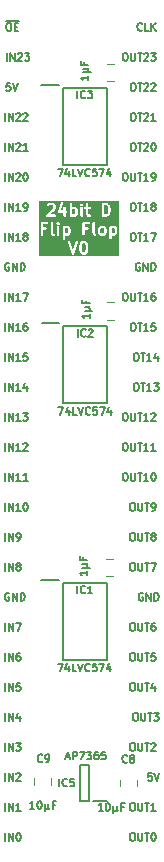
<source format=gto>
%TF.GenerationSoftware,KiCad,Pcbnew,8.0.7*%
%TF.CreationDate,2025-01-15T15:39:16+02:00*%
%TF.ProjectId,D Flip Flop 24bit,4420466c-6970-4204-966c-6f7020323462,V0*%
%TF.SameCoordinates,Original*%
%TF.FileFunction,Legend,Top*%
%TF.FilePolarity,Positive*%
%FSLAX46Y46*%
G04 Gerber Fmt 4.6, Leading zero omitted, Abs format (unit mm)*
G04 Created by KiCad (PCBNEW 8.0.7) date 2025-01-15 15:39:16*
%MOMM*%
%LPD*%
G01*
G04 APERTURE LIST*
%ADD10C,0.150000*%
%ADD11C,0.200000*%
%ADD12C,0.120000*%
G04 APERTURE END LIST*
D10*
X1598493Y-47941201D02*
X1538017Y-47910963D01*
X1538017Y-47910963D02*
X1447303Y-47910963D01*
X1447303Y-47910963D02*
X1356588Y-47941201D01*
X1356588Y-47941201D02*
X1296112Y-48001677D01*
X1296112Y-48001677D02*
X1265874Y-48062153D01*
X1265874Y-48062153D02*
X1235636Y-48183105D01*
X1235636Y-48183105D02*
X1235636Y-48273820D01*
X1235636Y-48273820D02*
X1265874Y-48394772D01*
X1265874Y-48394772D02*
X1296112Y-48455248D01*
X1296112Y-48455248D02*
X1356588Y-48515725D01*
X1356588Y-48515725D02*
X1447303Y-48545963D01*
X1447303Y-48545963D02*
X1507779Y-48545963D01*
X1507779Y-48545963D02*
X1598493Y-48515725D01*
X1598493Y-48515725D02*
X1628731Y-48485486D01*
X1628731Y-48485486D02*
X1628731Y-48273820D01*
X1628731Y-48273820D02*
X1507779Y-48273820D01*
X1900874Y-48545963D02*
X1900874Y-47910963D01*
X1900874Y-47910963D02*
X2263731Y-48545963D01*
X2263731Y-48545963D02*
X2263731Y-47910963D01*
X2566112Y-48545963D02*
X2566112Y-47910963D01*
X2566112Y-47910963D02*
X2717302Y-47910963D01*
X2717302Y-47910963D02*
X2808017Y-47941201D01*
X2808017Y-47941201D02*
X2868493Y-48001677D01*
X2868493Y-48001677D02*
X2898731Y-48062153D01*
X2898731Y-48062153D02*
X2928969Y-48183105D01*
X2928969Y-48183105D02*
X2928969Y-48273820D01*
X2928969Y-48273820D02*
X2898731Y-48394772D01*
X2898731Y-48394772D02*
X2868493Y-48455248D01*
X2868493Y-48455248D02*
X2808017Y-48515725D01*
X2808017Y-48515725D02*
X2717302Y-48545963D01*
X2717302Y-48545963D02*
X2566112Y-48545963D01*
X1265874Y-28225963D02*
X1265874Y-27590963D01*
X1568255Y-28225963D02*
X1568255Y-27590963D01*
X1568255Y-27590963D02*
X1931112Y-28225963D01*
X1931112Y-28225963D02*
X1931112Y-27590963D01*
X2566112Y-28225963D02*
X2203255Y-28225963D01*
X2384683Y-28225963D02*
X2384683Y-27590963D01*
X2384683Y-27590963D02*
X2324207Y-27681677D01*
X2324207Y-27681677D02*
X2263731Y-27742153D01*
X2263731Y-27742153D02*
X2203255Y-27772391D01*
X3140636Y-27590963D02*
X2838255Y-27590963D01*
X2838255Y-27590963D02*
X2808017Y-27893344D01*
X2808017Y-27893344D02*
X2838255Y-27863105D01*
X2838255Y-27863105D02*
X2898731Y-27832867D01*
X2898731Y-27832867D02*
X3049922Y-27832867D01*
X3049922Y-27832867D02*
X3110398Y-27863105D01*
X3110398Y-27863105D02*
X3140636Y-27893344D01*
X3140636Y-27893344D02*
X3170874Y-27953820D01*
X3170874Y-27953820D02*
X3170874Y-28105010D01*
X3170874Y-28105010D02*
X3140636Y-28165486D01*
X3140636Y-28165486D02*
X3110398Y-28195725D01*
X3110398Y-28195725D02*
X3049922Y-28225963D01*
X3049922Y-28225963D02*
X2898731Y-28225963D01*
X2898731Y-28225963D02*
X2838255Y-28195725D01*
X2838255Y-28195725D02*
X2808017Y-28165486D01*
X12673887Y-20001201D02*
X12613411Y-19970963D01*
X12613411Y-19970963D02*
X12522697Y-19970963D01*
X12522697Y-19970963D02*
X12431982Y-20001201D01*
X12431982Y-20001201D02*
X12371506Y-20061677D01*
X12371506Y-20061677D02*
X12341268Y-20122153D01*
X12341268Y-20122153D02*
X12311030Y-20243105D01*
X12311030Y-20243105D02*
X12311030Y-20333820D01*
X12311030Y-20333820D02*
X12341268Y-20454772D01*
X12341268Y-20454772D02*
X12371506Y-20515248D01*
X12371506Y-20515248D02*
X12431982Y-20575725D01*
X12431982Y-20575725D02*
X12522697Y-20605963D01*
X12522697Y-20605963D02*
X12583173Y-20605963D01*
X12583173Y-20605963D02*
X12673887Y-20575725D01*
X12673887Y-20575725D02*
X12704125Y-20545486D01*
X12704125Y-20545486D02*
X12704125Y-20333820D01*
X12704125Y-20333820D02*
X12583173Y-20333820D01*
X12976268Y-20605963D02*
X12976268Y-19970963D01*
X12976268Y-19970963D02*
X13339125Y-20605963D01*
X13339125Y-20605963D02*
X13339125Y-19970963D01*
X13641506Y-20605963D02*
X13641506Y-19970963D01*
X13641506Y-19970963D02*
X13792696Y-19970963D01*
X13792696Y-19970963D02*
X13883411Y-20001201D01*
X13883411Y-20001201D02*
X13943887Y-20061677D01*
X13943887Y-20061677D02*
X13974125Y-20122153D01*
X13974125Y-20122153D02*
X14004363Y-20243105D01*
X14004363Y-20243105D02*
X14004363Y-20333820D01*
X14004363Y-20333820D02*
X13974125Y-20454772D01*
X13974125Y-20454772D02*
X13943887Y-20515248D01*
X13943887Y-20515248D02*
X13883411Y-20575725D01*
X13883411Y-20575725D02*
X13792696Y-20605963D01*
X13792696Y-20605963D02*
X13641506Y-20605963D01*
X12038886Y-4730963D02*
X12159839Y-4730963D01*
X12159839Y-4730963D02*
X12220315Y-4761201D01*
X12220315Y-4761201D02*
X12280791Y-4821677D01*
X12280791Y-4821677D02*
X12311029Y-4942629D01*
X12311029Y-4942629D02*
X12311029Y-5154296D01*
X12311029Y-5154296D02*
X12280791Y-5275248D01*
X12280791Y-5275248D02*
X12220315Y-5335725D01*
X12220315Y-5335725D02*
X12159839Y-5365963D01*
X12159839Y-5365963D02*
X12038886Y-5365963D01*
X12038886Y-5365963D02*
X11978410Y-5335725D01*
X11978410Y-5335725D02*
X11917934Y-5275248D01*
X11917934Y-5275248D02*
X11887696Y-5154296D01*
X11887696Y-5154296D02*
X11887696Y-4942629D01*
X11887696Y-4942629D02*
X11917934Y-4821677D01*
X11917934Y-4821677D02*
X11978410Y-4761201D01*
X11978410Y-4761201D02*
X12038886Y-4730963D01*
X12492458Y-4730963D02*
X12855315Y-4730963D01*
X12673886Y-5365963D02*
X12673886Y-4730963D01*
X13036744Y-4791439D02*
X13066982Y-4761201D01*
X13066982Y-4761201D02*
X13127458Y-4730963D01*
X13127458Y-4730963D02*
X13278649Y-4730963D01*
X13278649Y-4730963D02*
X13339125Y-4761201D01*
X13339125Y-4761201D02*
X13369363Y-4791439D01*
X13369363Y-4791439D02*
X13399601Y-4851915D01*
X13399601Y-4851915D02*
X13399601Y-4912391D01*
X13399601Y-4912391D02*
X13369363Y-5003105D01*
X13369363Y-5003105D02*
X13006506Y-5365963D01*
X13006506Y-5365963D02*
X13399601Y-5365963D01*
X13641506Y-4791439D02*
X13671744Y-4761201D01*
X13671744Y-4761201D02*
X13732220Y-4730963D01*
X13732220Y-4730963D02*
X13883411Y-4730963D01*
X13883411Y-4730963D02*
X13943887Y-4761201D01*
X13943887Y-4761201D02*
X13974125Y-4791439D01*
X13974125Y-4791439D02*
X14004363Y-4851915D01*
X14004363Y-4851915D02*
X14004363Y-4912391D01*
X14004363Y-4912391D02*
X13974125Y-5003105D01*
X13974125Y-5003105D02*
X13611268Y-5365963D01*
X13611268Y-5365963D02*
X14004363Y-5365963D01*
X11373648Y-35210963D02*
X11494601Y-35210963D01*
X11494601Y-35210963D02*
X11555077Y-35241201D01*
X11555077Y-35241201D02*
X11615553Y-35301677D01*
X11615553Y-35301677D02*
X11645791Y-35422629D01*
X11645791Y-35422629D02*
X11645791Y-35634296D01*
X11645791Y-35634296D02*
X11615553Y-35755248D01*
X11615553Y-35755248D02*
X11555077Y-35815725D01*
X11555077Y-35815725D02*
X11494601Y-35845963D01*
X11494601Y-35845963D02*
X11373648Y-35845963D01*
X11373648Y-35845963D02*
X11313172Y-35815725D01*
X11313172Y-35815725D02*
X11252696Y-35755248D01*
X11252696Y-35755248D02*
X11222458Y-35634296D01*
X11222458Y-35634296D02*
X11222458Y-35422629D01*
X11222458Y-35422629D02*
X11252696Y-35301677D01*
X11252696Y-35301677D02*
X11313172Y-35241201D01*
X11313172Y-35241201D02*
X11373648Y-35210963D01*
X11917934Y-35210963D02*
X11917934Y-35725010D01*
X11917934Y-35725010D02*
X11948172Y-35785486D01*
X11948172Y-35785486D02*
X11978410Y-35815725D01*
X11978410Y-35815725D02*
X12038886Y-35845963D01*
X12038886Y-35845963D02*
X12159839Y-35845963D01*
X12159839Y-35845963D02*
X12220315Y-35815725D01*
X12220315Y-35815725D02*
X12250553Y-35785486D01*
X12250553Y-35785486D02*
X12280791Y-35725010D01*
X12280791Y-35725010D02*
X12280791Y-35210963D01*
X12492458Y-35210963D02*
X12855315Y-35210963D01*
X12673886Y-35845963D02*
X12673886Y-35210963D01*
X13399601Y-35845963D02*
X13036744Y-35845963D01*
X13218172Y-35845963D02*
X13218172Y-35210963D01*
X13218172Y-35210963D02*
X13157696Y-35301677D01*
X13157696Y-35301677D02*
X13097220Y-35362153D01*
X13097220Y-35362153D02*
X13036744Y-35392391D01*
X14004363Y-35845963D02*
X13641506Y-35845963D01*
X13822934Y-35845963D02*
X13822934Y-35210963D01*
X13822934Y-35210963D02*
X13762458Y-35301677D01*
X13762458Y-35301677D02*
X13701982Y-35362153D01*
X13701982Y-35362153D02*
X13641506Y-35392391D01*
X1695255Y-4730963D02*
X1392874Y-4730963D01*
X1392874Y-4730963D02*
X1362636Y-5033344D01*
X1362636Y-5033344D02*
X1392874Y-5003105D01*
X1392874Y-5003105D02*
X1453350Y-4972867D01*
X1453350Y-4972867D02*
X1604541Y-4972867D01*
X1604541Y-4972867D02*
X1665017Y-5003105D01*
X1665017Y-5003105D02*
X1695255Y-5033344D01*
X1695255Y-5033344D02*
X1725493Y-5093820D01*
X1725493Y-5093820D02*
X1725493Y-5245010D01*
X1725493Y-5245010D02*
X1695255Y-5305486D01*
X1695255Y-5305486D02*
X1665017Y-5335725D01*
X1665017Y-5335725D02*
X1604541Y-5365963D01*
X1604541Y-5365963D02*
X1453350Y-5365963D01*
X1453350Y-5365963D02*
X1392874Y-5335725D01*
X1392874Y-5335725D02*
X1362636Y-5305486D01*
X1906922Y-4730963D02*
X2118588Y-5365963D01*
X2118588Y-5365963D02*
X2330255Y-4730963D01*
X11978410Y-42830963D02*
X12099363Y-42830963D01*
X12099363Y-42830963D02*
X12159839Y-42861201D01*
X12159839Y-42861201D02*
X12220315Y-42921677D01*
X12220315Y-42921677D02*
X12250553Y-43042629D01*
X12250553Y-43042629D02*
X12250553Y-43254296D01*
X12250553Y-43254296D02*
X12220315Y-43375248D01*
X12220315Y-43375248D02*
X12159839Y-43435725D01*
X12159839Y-43435725D02*
X12099363Y-43465963D01*
X12099363Y-43465963D02*
X11978410Y-43465963D01*
X11978410Y-43465963D02*
X11917934Y-43435725D01*
X11917934Y-43435725D02*
X11857458Y-43375248D01*
X11857458Y-43375248D02*
X11827220Y-43254296D01*
X11827220Y-43254296D02*
X11827220Y-43042629D01*
X11827220Y-43042629D02*
X11857458Y-42921677D01*
X11857458Y-42921677D02*
X11917934Y-42861201D01*
X11917934Y-42861201D02*
X11978410Y-42830963D01*
X12522696Y-42830963D02*
X12522696Y-43345010D01*
X12522696Y-43345010D02*
X12552934Y-43405486D01*
X12552934Y-43405486D02*
X12583172Y-43435725D01*
X12583172Y-43435725D02*
X12643648Y-43465963D01*
X12643648Y-43465963D02*
X12764601Y-43465963D01*
X12764601Y-43465963D02*
X12825077Y-43435725D01*
X12825077Y-43435725D02*
X12855315Y-43405486D01*
X12855315Y-43405486D02*
X12885553Y-43345010D01*
X12885553Y-43345010D02*
X12885553Y-42830963D01*
X13097220Y-42830963D02*
X13460077Y-42830963D01*
X13278648Y-43465963D02*
X13278648Y-42830963D01*
X13762458Y-43103105D02*
X13701982Y-43072867D01*
X13701982Y-43072867D02*
X13671744Y-43042629D01*
X13671744Y-43042629D02*
X13641506Y-42982153D01*
X13641506Y-42982153D02*
X13641506Y-42951915D01*
X13641506Y-42951915D02*
X13671744Y-42891439D01*
X13671744Y-42891439D02*
X13701982Y-42861201D01*
X13701982Y-42861201D02*
X13762458Y-42830963D01*
X13762458Y-42830963D02*
X13883411Y-42830963D01*
X13883411Y-42830963D02*
X13943887Y-42861201D01*
X13943887Y-42861201D02*
X13974125Y-42891439D01*
X13974125Y-42891439D02*
X14004363Y-42951915D01*
X14004363Y-42951915D02*
X14004363Y-42982153D01*
X14004363Y-42982153D02*
X13974125Y-43042629D01*
X13974125Y-43042629D02*
X13943887Y-43072867D01*
X13943887Y-43072867D02*
X13883411Y-43103105D01*
X13883411Y-43103105D02*
X13762458Y-43103105D01*
X13762458Y-43103105D02*
X13701982Y-43133344D01*
X13701982Y-43133344D02*
X13671744Y-43163582D01*
X13671744Y-43163582D02*
X13641506Y-43224058D01*
X13641506Y-43224058D02*
X13641506Y-43345010D01*
X13641506Y-43345010D02*
X13671744Y-43405486D01*
X13671744Y-43405486D02*
X13701982Y-43435725D01*
X13701982Y-43435725D02*
X13762458Y-43465963D01*
X13762458Y-43465963D02*
X13883411Y-43465963D01*
X13883411Y-43465963D02*
X13943887Y-43435725D01*
X13943887Y-43435725D02*
X13974125Y-43405486D01*
X13974125Y-43405486D02*
X14004363Y-43345010D01*
X14004363Y-43345010D02*
X14004363Y-43224058D01*
X14004363Y-43224058D02*
X13974125Y-43163582D01*
X13974125Y-43163582D02*
X13943887Y-43133344D01*
X13943887Y-43133344D02*
X13883411Y-43103105D01*
X1265874Y-18065963D02*
X1265874Y-17430963D01*
X1568255Y-18065963D02*
X1568255Y-17430963D01*
X1568255Y-17430963D02*
X1931112Y-18065963D01*
X1931112Y-18065963D02*
X1931112Y-17430963D01*
X2566112Y-18065963D02*
X2203255Y-18065963D01*
X2384683Y-18065963D02*
X2384683Y-17430963D01*
X2384683Y-17430963D02*
X2324207Y-17521677D01*
X2324207Y-17521677D02*
X2263731Y-17582153D01*
X2263731Y-17582153D02*
X2203255Y-17612391D01*
X2928969Y-17703105D02*
X2868493Y-17672867D01*
X2868493Y-17672867D02*
X2838255Y-17642629D01*
X2838255Y-17642629D02*
X2808017Y-17582153D01*
X2808017Y-17582153D02*
X2808017Y-17551915D01*
X2808017Y-17551915D02*
X2838255Y-17491439D01*
X2838255Y-17491439D02*
X2868493Y-17461201D01*
X2868493Y-17461201D02*
X2928969Y-17430963D01*
X2928969Y-17430963D02*
X3049922Y-17430963D01*
X3049922Y-17430963D02*
X3110398Y-17461201D01*
X3110398Y-17461201D02*
X3140636Y-17491439D01*
X3140636Y-17491439D02*
X3170874Y-17551915D01*
X3170874Y-17551915D02*
X3170874Y-17582153D01*
X3170874Y-17582153D02*
X3140636Y-17642629D01*
X3140636Y-17642629D02*
X3110398Y-17672867D01*
X3110398Y-17672867D02*
X3049922Y-17703105D01*
X3049922Y-17703105D02*
X2928969Y-17703105D01*
X2928969Y-17703105D02*
X2868493Y-17733344D01*
X2868493Y-17733344D02*
X2838255Y-17763582D01*
X2838255Y-17763582D02*
X2808017Y-17824058D01*
X2808017Y-17824058D02*
X2808017Y-17945010D01*
X2808017Y-17945010D02*
X2838255Y-18005486D01*
X2838255Y-18005486D02*
X2868493Y-18035725D01*
X2868493Y-18035725D02*
X2928969Y-18065963D01*
X2928969Y-18065963D02*
X3049922Y-18065963D01*
X3049922Y-18065963D02*
X3110398Y-18035725D01*
X3110398Y-18035725D02*
X3140636Y-18005486D01*
X3140636Y-18005486D02*
X3170874Y-17945010D01*
X3170874Y-17945010D02*
X3170874Y-17824058D01*
X3170874Y-17824058D02*
X3140636Y-17763582D01*
X3140636Y-17763582D02*
X3110398Y-17733344D01*
X3110398Y-17733344D02*
X3049922Y-17703105D01*
X12038886Y-9810963D02*
X12159839Y-9810963D01*
X12159839Y-9810963D02*
X12220315Y-9841201D01*
X12220315Y-9841201D02*
X12280791Y-9901677D01*
X12280791Y-9901677D02*
X12311029Y-10022629D01*
X12311029Y-10022629D02*
X12311029Y-10234296D01*
X12311029Y-10234296D02*
X12280791Y-10355248D01*
X12280791Y-10355248D02*
X12220315Y-10415725D01*
X12220315Y-10415725D02*
X12159839Y-10445963D01*
X12159839Y-10445963D02*
X12038886Y-10445963D01*
X12038886Y-10445963D02*
X11978410Y-10415725D01*
X11978410Y-10415725D02*
X11917934Y-10355248D01*
X11917934Y-10355248D02*
X11887696Y-10234296D01*
X11887696Y-10234296D02*
X11887696Y-10022629D01*
X11887696Y-10022629D02*
X11917934Y-9901677D01*
X11917934Y-9901677D02*
X11978410Y-9841201D01*
X11978410Y-9841201D02*
X12038886Y-9810963D01*
X12492458Y-9810963D02*
X12855315Y-9810963D01*
X12673886Y-10445963D02*
X12673886Y-9810963D01*
X13036744Y-9871439D02*
X13066982Y-9841201D01*
X13066982Y-9841201D02*
X13127458Y-9810963D01*
X13127458Y-9810963D02*
X13278649Y-9810963D01*
X13278649Y-9810963D02*
X13339125Y-9841201D01*
X13339125Y-9841201D02*
X13369363Y-9871439D01*
X13369363Y-9871439D02*
X13399601Y-9931915D01*
X13399601Y-9931915D02*
X13399601Y-9992391D01*
X13399601Y-9992391D02*
X13369363Y-10083105D01*
X13369363Y-10083105D02*
X13006506Y-10445963D01*
X13006506Y-10445963D02*
X13399601Y-10445963D01*
X13792696Y-9810963D02*
X13853173Y-9810963D01*
X13853173Y-9810963D02*
X13913649Y-9841201D01*
X13913649Y-9841201D02*
X13943887Y-9871439D01*
X13943887Y-9871439D02*
X13974125Y-9931915D01*
X13974125Y-9931915D02*
X14004363Y-10052867D01*
X14004363Y-10052867D02*
X14004363Y-10204058D01*
X14004363Y-10204058D02*
X13974125Y-10325010D01*
X13974125Y-10325010D02*
X13943887Y-10385486D01*
X13943887Y-10385486D02*
X13913649Y-10415725D01*
X13913649Y-10415725D02*
X13853173Y-10445963D01*
X13853173Y-10445963D02*
X13792696Y-10445963D01*
X13792696Y-10445963D02*
X13732220Y-10415725D01*
X13732220Y-10415725D02*
X13701982Y-10385486D01*
X13701982Y-10385486D02*
X13671744Y-10325010D01*
X13671744Y-10325010D02*
X13641506Y-10204058D01*
X13641506Y-10204058D02*
X13641506Y-10052867D01*
X13641506Y-10052867D02*
X13671744Y-9931915D01*
X13671744Y-9931915D02*
X13701982Y-9871439D01*
X13701982Y-9871439D02*
X13732220Y-9841201D01*
X13732220Y-9841201D02*
X13792696Y-9810963D01*
X11373648Y-37750963D02*
X11494601Y-37750963D01*
X11494601Y-37750963D02*
X11555077Y-37781201D01*
X11555077Y-37781201D02*
X11615553Y-37841677D01*
X11615553Y-37841677D02*
X11645791Y-37962629D01*
X11645791Y-37962629D02*
X11645791Y-38174296D01*
X11645791Y-38174296D02*
X11615553Y-38295248D01*
X11615553Y-38295248D02*
X11555077Y-38355725D01*
X11555077Y-38355725D02*
X11494601Y-38385963D01*
X11494601Y-38385963D02*
X11373648Y-38385963D01*
X11373648Y-38385963D02*
X11313172Y-38355725D01*
X11313172Y-38355725D02*
X11252696Y-38295248D01*
X11252696Y-38295248D02*
X11222458Y-38174296D01*
X11222458Y-38174296D02*
X11222458Y-37962629D01*
X11222458Y-37962629D02*
X11252696Y-37841677D01*
X11252696Y-37841677D02*
X11313172Y-37781201D01*
X11313172Y-37781201D02*
X11373648Y-37750963D01*
X11917934Y-37750963D02*
X11917934Y-38265010D01*
X11917934Y-38265010D02*
X11948172Y-38325486D01*
X11948172Y-38325486D02*
X11978410Y-38355725D01*
X11978410Y-38355725D02*
X12038886Y-38385963D01*
X12038886Y-38385963D02*
X12159839Y-38385963D01*
X12159839Y-38385963D02*
X12220315Y-38355725D01*
X12220315Y-38355725D02*
X12250553Y-38325486D01*
X12250553Y-38325486D02*
X12280791Y-38265010D01*
X12280791Y-38265010D02*
X12280791Y-37750963D01*
X12492458Y-37750963D02*
X12855315Y-37750963D01*
X12673886Y-38385963D02*
X12673886Y-37750963D01*
X13399601Y-38385963D02*
X13036744Y-38385963D01*
X13218172Y-38385963D02*
X13218172Y-37750963D01*
X13218172Y-37750963D02*
X13157696Y-37841677D01*
X13157696Y-37841677D02*
X13097220Y-37902153D01*
X13097220Y-37902153D02*
X13036744Y-37932391D01*
X13792696Y-37750963D02*
X13853173Y-37750963D01*
X13853173Y-37750963D02*
X13913649Y-37781201D01*
X13913649Y-37781201D02*
X13943887Y-37811439D01*
X13943887Y-37811439D02*
X13974125Y-37871915D01*
X13974125Y-37871915D02*
X14004363Y-37992867D01*
X14004363Y-37992867D02*
X14004363Y-38144058D01*
X14004363Y-38144058D02*
X13974125Y-38265010D01*
X13974125Y-38265010D02*
X13943887Y-38325486D01*
X13943887Y-38325486D02*
X13913649Y-38355725D01*
X13913649Y-38355725D02*
X13853173Y-38385963D01*
X13853173Y-38385963D02*
X13792696Y-38385963D01*
X13792696Y-38385963D02*
X13732220Y-38355725D01*
X13732220Y-38355725D02*
X13701982Y-38325486D01*
X13701982Y-38325486D02*
X13671744Y-38265010D01*
X13671744Y-38265010D02*
X13641506Y-38144058D01*
X13641506Y-38144058D02*
X13641506Y-37992867D01*
X13641506Y-37992867D02*
X13671744Y-37871915D01*
X13671744Y-37871915D02*
X13701982Y-37811439D01*
X13701982Y-37811439D02*
X13732220Y-37781201D01*
X13732220Y-37781201D02*
X13792696Y-37750963D01*
X11373648Y-2190963D02*
X11494601Y-2190963D01*
X11494601Y-2190963D02*
X11555077Y-2221201D01*
X11555077Y-2221201D02*
X11615553Y-2281677D01*
X11615553Y-2281677D02*
X11645791Y-2402629D01*
X11645791Y-2402629D02*
X11645791Y-2614296D01*
X11645791Y-2614296D02*
X11615553Y-2735248D01*
X11615553Y-2735248D02*
X11555077Y-2795725D01*
X11555077Y-2795725D02*
X11494601Y-2825963D01*
X11494601Y-2825963D02*
X11373648Y-2825963D01*
X11373648Y-2825963D02*
X11313172Y-2795725D01*
X11313172Y-2795725D02*
X11252696Y-2735248D01*
X11252696Y-2735248D02*
X11222458Y-2614296D01*
X11222458Y-2614296D02*
X11222458Y-2402629D01*
X11222458Y-2402629D02*
X11252696Y-2281677D01*
X11252696Y-2281677D02*
X11313172Y-2221201D01*
X11313172Y-2221201D02*
X11373648Y-2190963D01*
X11917934Y-2190963D02*
X11917934Y-2705010D01*
X11917934Y-2705010D02*
X11948172Y-2765486D01*
X11948172Y-2765486D02*
X11978410Y-2795725D01*
X11978410Y-2795725D02*
X12038886Y-2825963D01*
X12038886Y-2825963D02*
X12159839Y-2825963D01*
X12159839Y-2825963D02*
X12220315Y-2795725D01*
X12220315Y-2795725D02*
X12250553Y-2765486D01*
X12250553Y-2765486D02*
X12280791Y-2705010D01*
X12280791Y-2705010D02*
X12280791Y-2190963D01*
X12492458Y-2190963D02*
X12855315Y-2190963D01*
X12673886Y-2825963D02*
X12673886Y-2190963D01*
X13036744Y-2251439D02*
X13066982Y-2221201D01*
X13066982Y-2221201D02*
X13127458Y-2190963D01*
X13127458Y-2190963D02*
X13278649Y-2190963D01*
X13278649Y-2190963D02*
X13339125Y-2221201D01*
X13339125Y-2221201D02*
X13369363Y-2251439D01*
X13369363Y-2251439D02*
X13399601Y-2311915D01*
X13399601Y-2311915D02*
X13399601Y-2372391D01*
X13399601Y-2372391D02*
X13369363Y-2463105D01*
X13369363Y-2463105D02*
X13006506Y-2825963D01*
X13006506Y-2825963D02*
X13399601Y-2825963D01*
X13611268Y-2190963D02*
X14004363Y-2190963D01*
X14004363Y-2190963D02*
X13792696Y-2432867D01*
X13792696Y-2432867D02*
X13883411Y-2432867D01*
X13883411Y-2432867D02*
X13943887Y-2463105D01*
X13943887Y-2463105D02*
X13974125Y-2493344D01*
X13974125Y-2493344D02*
X14004363Y-2553820D01*
X14004363Y-2553820D02*
X14004363Y-2705010D01*
X14004363Y-2705010D02*
X13974125Y-2765486D01*
X13974125Y-2765486D02*
X13943887Y-2795725D01*
X13943887Y-2795725D02*
X13883411Y-2825963D01*
X13883411Y-2825963D02*
X13701982Y-2825963D01*
X13701982Y-2825963D02*
X13641506Y-2795725D01*
X13641506Y-2795725D02*
X13611268Y-2765486D01*
X12232410Y-58070963D02*
X12353363Y-58070963D01*
X12353363Y-58070963D02*
X12413839Y-58101201D01*
X12413839Y-58101201D02*
X12474315Y-58161677D01*
X12474315Y-58161677D02*
X12504553Y-58282629D01*
X12504553Y-58282629D02*
X12504553Y-58494296D01*
X12504553Y-58494296D02*
X12474315Y-58615248D01*
X12474315Y-58615248D02*
X12413839Y-58675725D01*
X12413839Y-58675725D02*
X12353363Y-58705963D01*
X12353363Y-58705963D02*
X12232410Y-58705963D01*
X12232410Y-58705963D02*
X12171934Y-58675725D01*
X12171934Y-58675725D02*
X12111458Y-58615248D01*
X12111458Y-58615248D02*
X12081220Y-58494296D01*
X12081220Y-58494296D02*
X12081220Y-58282629D01*
X12081220Y-58282629D02*
X12111458Y-58161677D01*
X12111458Y-58161677D02*
X12171934Y-58101201D01*
X12171934Y-58101201D02*
X12232410Y-58070963D01*
X12776696Y-58070963D02*
X12776696Y-58585010D01*
X12776696Y-58585010D02*
X12806934Y-58645486D01*
X12806934Y-58645486D02*
X12837172Y-58675725D01*
X12837172Y-58675725D02*
X12897648Y-58705963D01*
X12897648Y-58705963D02*
X13018601Y-58705963D01*
X13018601Y-58705963D02*
X13079077Y-58675725D01*
X13079077Y-58675725D02*
X13109315Y-58645486D01*
X13109315Y-58645486D02*
X13139553Y-58585010D01*
X13139553Y-58585010D02*
X13139553Y-58070963D01*
X13351220Y-58070963D02*
X13714077Y-58070963D01*
X13532648Y-58705963D02*
X13532648Y-58070963D01*
X13865268Y-58070963D02*
X14258363Y-58070963D01*
X14258363Y-58070963D02*
X14046696Y-58312867D01*
X14046696Y-58312867D02*
X14137411Y-58312867D01*
X14137411Y-58312867D02*
X14197887Y-58343105D01*
X14197887Y-58343105D02*
X14228125Y-58373344D01*
X14228125Y-58373344D02*
X14258363Y-58433820D01*
X14258363Y-58433820D02*
X14258363Y-58585010D01*
X14258363Y-58585010D02*
X14228125Y-58645486D01*
X14228125Y-58645486D02*
X14197887Y-58675725D01*
X14197887Y-58675725D02*
X14137411Y-58705963D01*
X14137411Y-58705963D02*
X13955982Y-58705963D01*
X13955982Y-58705963D02*
X13895506Y-58675725D01*
X13895506Y-58675725D02*
X13865268Y-58645486D01*
X1265874Y-58705963D02*
X1265874Y-58070963D01*
X1568255Y-58705963D02*
X1568255Y-58070963D01*
X1568255Y-58070963D02*
X1931112Y-58705963D01*
X1931112Y-58705963D02*
X1931112Y-58070963D01*
X2505636Y-58282629D02*
X2505636Y-58705963D01*
X2354445Y-58040725D02*
X2203255Y-58494296D01*
X2203255Y-58494296D02*
X2596350Y-58494296D01*
X11978410Y-52990963D02*
X12099363Y-52990963D01*
X12099363Y-52990963D02*
X12159839Y-53021201D01*
X12159839Y-53021201D02*
X12220315Y-53081677D01*
X12220315Y-53081677D02*
X12250553Y-53202629D01*
X12250553Y-53202629D02*
X12250553Y-53414296D01*
X12250553Y-53414296D02*
X12220315Y-53535248D01*
X12220315Y-53535248D02*
X12159839Y-53595725D01*
X12159839Y-53595725D02*
X12099363Y-53625963D01*
X12099363Y-53625963D02*
X11978410Y-53625963D01*
X11978410Y-53625963D02*
X11917934Y-53595725D01*
X11917934Y-53595725D02*
X11857458Y-53535248D01*
X11857458Y-53535248D02*
X11827220Y-53414296D01*
X11827220Y-53414296D02*
X11827220Y-53202629D01*
X11827220Y-53202629D02*
X11857458Y-53081677D01*
X11857458Y-53081677D02*
X11917934Y-53021201D01*
X11917934Y-53021201D02*
X11978410Y-52990963D01*
X12522696Y-52990963D02*
X12522696Y-53505010D01*
X12522696Y-53505010D02*
X12552934Y-53565486D01*
X12552934Y-53565486D02*
X12583172Y-53595725D01*
X12583172Y-53595725D02*
X12643648Y-53625963D01*
X12643648Y-53625963D02*
X12764601Y-53625963D01*
X12764601Y-53625963D02*
X12825077Y-53595725D01*
X12825077Y-53595725D02*
X12855315Y-53565486D01*
X12855315Y-53565486D02*
X12885553Y-53505010D01*
X12885553Y-53505010D02*
X12885553Y-52990963D01*
X13097220Y-52990963D02*
X13460077Y-52990963D01*
X13278648Y-53625963D02*
X13278648Y-52990963D01*
X13974125Y-52990963D02*
X13671744Y-52990963D01*
X13671744Y-52990963D02*
X13641506Y-53293344D01*
X13641506Y-53293344D02*
X13671744Y-53263105D01*
X13671744Y-53263105D02*
X13732220Y-53232867D01*
X13732220Y-53232867D02*
X13883411Y-53232867D01*
X13883411Y-53232867D02*
X13943887Y-53263105D01*
X13943887Y-53263105D02*
X13974125Y-53293344D01*
X13974125Y-53293344D02*
X14004363Y-53353820D01*
X14004363Y-53353820D02*
X14004363Y-53505010D01*
X14004363Y-53505010D02*
X13974125Y-53565486D01*
X13974125Y-53565486D02*
X13943887Y-53595725D01*
X13943887Y-53595725D02*
X13883411Y-53625963D01*
X13883411Y-53625963D02*
X13732220Y-53625963D01*
X13732220Y-53625963D02*
X13671744Y-53595725D01*
X13671744Y-53595725D02*
X13641506Y-53565486D01*
X11978410Y-40290963D02*
X12099363Y-40290963D01*
X12099363Y-40290963D02*
X12159839Y-40321201D01*
X12159839Y-40321201D02*
X12220315Y-40381677D01*
X12220315Y-40381677D02*
X12250553Y-40502629D01*
X12250553Y-40502629D02*
X12250553Y-40714296D01*
X12250553Y-40714296D02*
X12220315Y-40835248D01*
X12220315Y-40835248D02*
X12159839Y-40895725D01*
X12159839Y-40895725D02*
X12099363Y-40925963D01*
X12099363Y-40925963D02*
X11978410Y-40925963D01*
X11978410Y-40925963D02*
X11917934Y-40895725D01*
X11917934Y-40895725D02*
X11857458Y-40835248D01*
X11857458Y-40835248D02*
X11827220Y-40714296D01*
X11827220Y-40714296D02*
X11827220Y-40502629D01*
X11827220Y-40502629D02*
X11857458Y-40381677D01*
X11857458Y-40381677D02*
X11917934Y-40321201D01*
X11917934Y-40321201D02*
X11978410Y-40290963D01*
X12522696Y-40290963D02*
X12522696Y-40805010D01*
X12522696Y-40805010D02*
X12552934Y-40865486D01*
X12552934Y-40865486D02*
X12583172Y-40895725D01*
X12583172Y-40895725D02*
X12643648Y-40925963D01*
X12643648Y-40925963D02*
X12764601Y-40925963D01*
X12764601Y-40925963D02*
X12825077Y-40895725D01*
X12825077Y-40895725D02*
X12855315Y-40865486D01*
X12855315Y-40865486D02*
X12885553Y-40805010D01*
X12885553Y-40805010D02*
X12885553Y-40290963D01*
X13097220Y-40290963D02*
X13460077Y-40290963D01*
X13278648Y-40925963D02*
X13278648Y-40290963D01*
X13701982Y-40925963D02*
X13822934Y-40925963D01*
X13822934Y-40925963D02*
X13883411Y-40895725D01*
X13883411Y-40895725D02*
X13913649Y-40865486D01*
X13913649Y-40865486D02*
X13974125Y-40774772D01*
X13974125Y-40774772D02*
X14004363Y-40653820D01*
X14004363Y-40653820D02*
X14004363Y-40411915D01*
X14004363Y-40411915D02*
X13974125Y-40351439D01*
X13974125Y-40351439D02*
X13943887Y-40321201D01*
X13943887Y-40321201D02*
X13883411Y-40290963D01*
X13883411Y-40290963D02*
X13762458Y-40290963D01*
X13762458Y-40290963D02*
X13701982Y-40321201D01*
X13701982Y-40321201D02*
X13671744Y-40351439D01*
X13671744Y-40351439D02*
X13641506Y-40411915D01*
X13641506Y-40411915D02*
X13641506Y-40563105D01*
X13641506Y-40563105D02*
X13671744Y-40623582D01*
X13671744Y-40623582D02*
X13701982Y-40653820D01*
X13701982Y-40653820D02*
X13762458Y-40684058D01*
X13762458Y-40684058D02*
X13883411Y-40684058D01*
X13883411Y-40684058D02*
X13943887Y-40653820D01*
X13943887Y-40653820D02*
X13974125Y-40623582D01*
X13974125Y-40623582D02*
X14004363Y-40563105D01*
X1265874Y-53625963D02*
X1265874Y-52990963D01*
X1568255Y-53625963D02*
X1568255Y-52990963D01*
X1568255Y-52990963D02*
X1931112Y-53625963D01*
X1931112Y-53625963D02*
X1931112Y-52990963D01*
X2505636Y-52990963D02*
X2384683Y-52990963D01*
X2384683Y-52990963D02*
X2324207Y-53021201D01*
X2324207Y-53021201D02*
X2293969Y-53051439D01*
X2293969Y-53051439D02*
X2233493Y-53142153D01*
X2233493Y-53142153D02*
X2203255Y-53263105D01*
X2203255Y-53263105D02*
X2203255Y-53505010D01*
X2203255Y-53505010D02*
X2233493Y-53565486D01*
X2233493Y-53565486D02*
X2263731Y-53595725D01*
X2263731Y-53595725D02*
X2324207Y-53625963D01*
X2324207Y-53625963D02*
X2445160Y-53625963D01*
X2445160Y-53625963D02*
X2505636Y-53595725D01*
X2505636Y-53595725D02*
X2535874Y-53565486D01*
X2535874Y-53565486D02*
X2566112Y-53505010D01*
X2566112Y-53505010D02*
X2566112Y-53353820D01*
X2566112Y-53353820D02*
X2535874Y-53293344D01*
X2535874Y-53293344D02*
X2505636Y-53263105D01*
X2505636Y-53263105D02*
X2445160Y-53232867D01*
X2445160Y-53232867D02*
X2324207Y-53232867D01*
X2324207Y-53232867D02*
X2263731Y-53263105D01*
X2263731Y-53263105D02*
X2233493Y-53293344D01*
X2233493Y-53293344D02*
X2203255Y-53353820D01*
X1265874Y-33305963D02*
X1265874Y-32670963D01*
X1568255Y-33305963D02*
X1568255Y-32670963D01*
X1568255Y-32670963D02*
X1931112Y-33305963D01*
X1931112Y-33305963D02*
X1931112Y-32670963D01*
X2566112Y-33305963D02*
X2203255Y-33305963D01*
X2384683Y-33305963D02*
X2384683Y-32670963D01*
X2384683Y-32670963D02*
X2324207Y-32761677D01*
X2324207Y-32761677D02*
X2263731Y-32822153D01*
X2263731Y-32822153D02*
X2203255Y-32852391D01*
X2777779Y-32670963D02*
X3170874Y-32670963D01*
X3170874Y-32670963D02*
X2959207Y-32912867D01*
X2959207Y-32912867D02*
X3049922Y-32912867D01*
X3049922Y-32912867D02*
X3110398Y-32943105D01*
X3110398Y-32943105D02*
X3140636Y-32973344D01*
X3140636Y-32973344D02*
X3170874Y-33033820D01*
X3170874Y-33033820D02*
X3170874Y-33185010D01*
X3170874Y-33185010D02*
X3140636Y-33245486D01*
X3140636Y-33245486D02*
X3110398Y-33275725D01*
X3110398Y-33275725D02*
X3049922Y-33305963D01*
X3049922Y-33305963D02*
X2868493Y-33305963D01*
X2868493Y-33305963D02*
X2808017Y-33275725D01*
X2808017Y-33275725D02*
X2777779Y-33245486D01*
X12292886Y-27590963D02*
X12413839Y-27590963D01*
X12413839Y-27590963D02*
X12474315Y-27621201D01*
X12474315Y-27621201D02*
X12534791Y-27681677D01*
X12534791Y-27681677D02*
X12565029Y-27802629D01*
X12565029Y-27802629D02*
X12565029Y-28014296D01*
X12565029Y-28014296D02*
X12534791Y-28135248D01*
X12534791Y-28135248D02*
X12474315Y-28195725D01*
X12474315Y-28195725D02*
X12413839Y-28225963D01*
X12413839Y-28225963D02*
X12292886Y-28225963D01*
X12292886Y-28225963D02*
X12232410Y-28195725D01*
X12232410Y-28195725D02*
X12171934Y-28135248D01*
X12171934Y-28135248D02*
X12141696Y-28014296D01*
X12141696Y-28014296D02*
X12141696Y-27802629D01*
X12141696Y-27802629D02*
X12171934Y-27681677D01*
X12171934Y-27681677D02*
X12232410Y-27621201D01*
X12232410Y-27621201D02*
X12292886Y-27590963D01*
X12746458Y-27590963D02*
X13109315Y-27590963D01*
X12927886Y-28225963D02*
X12927886Y-27590963D01*
X13653601Y-28225963D02*
X13290744Y-28225963D01*
X13472172Y-28225963D02*
X13472172Y-27590963D01*
X13472172Y-27590963D02*
X13411696Y-27681677D01*
X13411696Y-27681677D02*
X13351220Y-27742153D01*
X13351220Y-27742153D02*
X13290744Y-27772391D01*
X14197887Y-27802629D02*
X14197887Y-28225963D01*
X14046696Y-27560725D02*
X13895506Y-28014296D01*
X13895506Y-28014296D02*
X14288601Y-28014296D01*
X1265874Y-40925963D02*
X1265874Y-40290963D01*
X1568255Y-40925963D02*
X1568255Y-40290963D01*
X1568255Y-40290963D02*
X1931112Y-40925963D01*
X1931112Y-40925963D02*
X1931112Y-40290963D01*
X2566112Y-40925963D02*
X2203255Y-40925963D01*
X2384683Y-40925963D02*
X2384683Y-40290963D01*
X2384683Y-40290963D02*
X2324207Y-40381677D01*
X2324207Y-40381677D02*
X2263731Y-40442153D01*
X2263731Y-40442153D02*
X2203255Y-40472391D01*
X2959207Y-40290963D02*
X3019684Y-40290963D01*
X3019684Y-40290963D02*
X3080160Y-40321201D01*
X3080160Y-40321201D02*
X3110398Y-40351439D01*
X3110398Y-40351439D02*
X3140636Y-40411915D01*
X3140636Y-40411915D02*
X3170874Y-40532867D01*
X3170874Y-40532867D02*
X3170874Y-40684058D01*
X3170874Y-40684058D02*
X3140636Y-40805010D01*
X3140636Y-40805010D02*
X3110398Y-40865486D01*
X3110398Y-40865486D02*
X3080160Y-40895725D01*
X3080160Y-40895725D02*
X3019684Y-40925963D01*
X3019684Y-40925963D02*
X2959207Y-40925963D01*
X2959207Y-40925963D02*
X2898731Y-40895725D01*
X2898731Y-40895725D02*
X2868493Y-40865486D01*
X2868493Y-40865486D02*
X2838255Y-40805010D01*
X2838255Y-40805010D02*
X2808017Y-40684058D01*
X2808017Y-40684058D02*
X2808017Y-40532867D01*
X2808017Y-40532867D02*
X2838255Y-40411915D01*
X2838255Y-40411915D02*
X2868493Y-40351439D01*
X2868493Y-40351439D02*
X2898731Y-40321201D01*
X2898731Y-40321201D02*
X2959207Y-40290963D01*
X12855315Y-225486D02*
X12825077Y-255725D01*
X12825077Y-255725D02*
X12734363Y-285963D01*
X12734363Y-285963D02*
X12673887Y-285963D01*
X12673887Y-285963D02*
X12583172Y-255725D01*
X12583172Y-255725D02*
X12522696Y-195248D01*
X12522696Y-195248D02*
X12492458Y-134772D01*
X12492458Y-134772D02*
X12462220Y-13820D01*
X12462220Y-13820D02*
X12462220Y76894D01*
X12462220Y76894D02*
X12492458Y197846D01*
X12492458Y197846D02*
X12522696Y258322D01*
X12522696Y258322D02*
X12583172Y318798D01*
X12583172Y318798D02*
X12673887Y349036D01*
X12673887Y349036D02*
X12734363Y349036D01*
X12734363Y349036D02*
X12825077Y318798D01*
X12825077Y318798D02*
X12855315Y288560D01*
X13429839Y-285963D02*
X13127458Y-285963D01*
X13127458Y-285963D02*
X13127458Y349036D01*
X13641506Y-285963D02*
X13641506Y349036D01*
X14004363Y-285963D02*
X13732220Y76894D01*
X14004363Y349036D02*
X13641506Y-13820D01*
X12038886Y-7270963D02*
X12159839Y-7270963D01*
X12159839Y-7270963D02*
X12220315Y-7301201D01*
X12220315Y-7301201D02*
X12280791Y-7361677D01*
X12280791Y-7361677D02*
X12311029Y-7482629D01*
X12311029Y-7482629D02*
X12311029Y-7694296D01*
X12311029Y-7694296D02*
X12280791Y-7815248D01*
X12280791Y-7815248D02*
X12220315Y-7875725D01*
X12220315Y-7875725D02*
X12159839Y-7905963D01*
X12159839Y-7905963D02*
X12038886Y-7905963D01*
X12038886Y-7905963D02*
X11978410Y-7875725D01*
X11978410Y-7875725D02*
X11917934Y-7815248D01*
X11917934Y-7815248D02*
X11887696Y-7694296D01*
X11887696Y-7694296D02*
X11887696Y-7482629D01*
X11887696Y-7482629D02*
X11917934Y-7361677D01*
X11917934Y-7361677D02*
X11978410Y-7301201D01*
X11978410Y-7301201D02*
X12038886Y-7270963D01*
X12492458Y-7270963D02*
X12855315Y-7270963D01*
X12673886Y-7905963D02*
X12673886Y-7270963D01*
X13036744Y-7331439D02*
X13066982Y-7301201D01*
X13066982Y-7301201D02*
X13127458Y-7270963D01*
X13127458Y-7270963D02*
X13278649Y-7270963D01*
X13278649Y-7270963D02*
X13339125Y-7301201D01*
X13339125Y-7301201D02*
X13369363Y-7331439D01*
X13369363Y-7331439D02*
X13399601Y-7391915D01*
X13399601Y-7391915D02*
X13399601Y-7452391D01*
X13399601Y-7452391D02*
X13369363Y-7543105D01*
X13369363Y-7543105D02*
X13006506Y-7905963D01*
X13006506Y-7905963D02*
X13399601Y-7905963D01*
X14004363Y-7905963D02*
X13641506Y-7905963D01*
X13822934Y-7905963D02*
X13822934Y-7270963D01*
X13822934Y-7270963D02*
X13762458Y-7361677D01*
X13762458Y-7361677D02*
X13701982Y-7422153D01*
X13701982Y-7422153D02*
X13641506Y-7452391D01*
X1392874Y-2825963D02*
X1392874Y-2190963D01*
X1695255Y-2825963D02*
X1695255Y-2190963D01*
X1695255Y-2190963D02*
X2058112Y-2825963D01*
X2058112Y-2825963D02*
X2058112Y-2190963D01*
X2330255Y-2251439D02*
X2360493Y-2221201D01*
X2360493Y-2221201D02*
X2420969Y-2190963D01*
X2420969Y-2190963D02*
X2572160Y-2190963D01*
X2572160Y-2190963D02*
X2632636Y-2221201D01*
X2632636Y-2221201D02*
X2662874Y-2251439D01*
X2662874Y-2251439D02*
X2693112Y-2311915D01*
X2693112Y-2311915D02*
X2693112Y-2372391D01*
X2693112Y-2372391D02*
X2662874Y-2463105D01*
X2662874Y-2463105D02*
X2300017Y-2825963D01*
X2300017Y-2825963D02*
X2693112Y-2825963D01*
X2904779Y-2190963D02*
X3297874Y-2190963D01*
X3297874Y-2190963D02*
X3086207Y-2432867D01*
X3086207Y-2432867D02*
X3176922Y-2432867D01*
X3176922Y-2432867D02*
X3237398Y-2463105D01*
X3237398Y-2463105D02*
X3267636Y-2493344D01*
X3267636Y-2493344D02*
X3297874Y-2553820D01*
X3297874Y-2553820D02*
X3297874Y-2705010D01*
X3297874Y-2705010D02*
X3267636Y-2765486D01*
X3267636Y-2765486D02*
X3237398Y-2795725D01*
X3237398Y-2795725D02*
X3176922Y-2825963D01*
X3176922Y-2825963D02*
X2995493Y-2825963D01*
X2995493Y-2825963D02*
X2935017Y-2795725D01*
X2935017Y-2795725D02*
X2904779Y-2765486D01*
X1265874Y-38385963D02*
X1265874Y-37750963D01*
X1568255Y-38385963D02*
X1568255Y-37750963D01*
X1568255Y-37750963D02*
X1931112Y-38385963D01*
X1931112Y-38385963D02*
X1931112Y-37750963D01*
X2566112Y-38385963D02*
X2203255Y-38385963D01*
X2384683Y-38385963D02*
X2384683Y-37750963D01*
X2384683Y-37750963D02*
X2324207Y-37841677D01*
X2324207Y-37841677D02*
X2263731Y-37902153D01*
X2263731Y-37902153D02*
X2203255Y-37932391D01*
X3170874Y-38385963D02*
X2808017Y-38385963D01*
X2989445Y-38385963D02*
X2989445Y-37750963D01*
X2989445Y-37750963D02*
X2928969Y-37841677D01*
X2928969Y-37841677D02*
X2868493Y-37902153D01*
X2868493Y-37902153D02*
X2808017Y-37932391D01*
X12038886Y-17430963D02*
X12159839Y-17430963D01*
X12159839Y-17430963D02*
X12220315Y-17461201D01*
X12220315Y-17461201D02*
X12280791Y-17521677D01*
X12280791Y-17521677D02*
X12311029Y-17642629D01*
X12311029Y-17642629D02*
X12311029Y-17854296D01*
X12311029Y-17854296D02*
X12280791Y-17975248D01*
X12280791Y-17975248D02*
X12220315Y-18035725D01*
X12220315Y-18035725D02*
X12159839Y-18065963D01*
X12159839Y-18065963D02*
X12038886Y-18065963D01*
X12038886Y-18065963D02*
X11978410Y-18035725D01*
X11978410Y-18035725D02*
X11917934Y-17975248D01*
X11917934Y-17975248D02*
X11887696Y-17854296D01*
X11887696Y-17854296D02*
X11887696Y-17642629D01*
X11887696Y-17642629D02*
X11917934Y-17521677D01*
X11917934Y-17521677D02*
X11978410Y-17461201D01*
X11978410Y-17461201D02*
X12038886Y-17430963D01*
X12492458Y-17430963D02*
X12855315Y-17430963D01*
X12673886Y-18065963D02*
X12673886Y-17430963D01*
X13399601Y-18065963D02*
X13036744Y-18065963D01*
X13218172Y-18065963D02*
X13218172Y-17430963D01*
X13218172Y-17430963D02*
X13157696Y-17521677D01*
X13157696Y-17521677D02*
X13097220Y-17582153D01*
X13097220Y-17582153D02*
X13036744Y-17612391D01*
X13611268Y-17430963D02*
X14034601Y-17430963D01*
X14034601Y-17430963D02*
X13762458Y-18065963D01*
X11978410Y-55530963D02*
X12099363Y-55530963D01*
X12099363Y-55530963D02*
X12159839Y-55561201D01*
X12159839Y-55561201D02*
X12220315Y-55621677D01*
X12220315Y-55621677D02*
X12250553Y-55742629D01*
X12250553Y-55742629D02*
X12250553Y-55954296D01*
X12250553Y-55954296D02*
X12220315Y-56075248D01*
X12220315Y-56075248D02*
X12159839Y-56135725D01*
X12159839Y-56135725D02*
X12099363Y-56165963D01*
X12099363Y-56165963D02*
X11978410Y-56165963D01*
X11978410Y-56165963D02*
X11917934Y-56135725D01*
X11917934Y-56135725D02*
X11857458Y-56075248D01*
X11857458Y-56075248D02*
X11827220Y-55954296D01*
X11827220Y-55954296D02*
X11827220Y-55742629D01*
X11827220Y-55742629D02*
X11857458Y-55621677D01*
X11857458Y-55621677D02*
X11917934Y-55561201D01*
X11917934Y-55561201D02*
X11978410Y-55530963D01*
X12522696Y-55530963D02*
X12522696Y-56045010D01*
X12522696Y-56045010D02*
X12552934Y-56105486D01*
X12552934Y-56105486D02*
X12583172Y-56135725D01*
X12583172Y-56135725D02*
X12643648Y-56165963D01*
X12643648Y-56165963D02*
X12764601Y-56165963D01*
X12764601Y-56165963D02*
X12825077Y-56135725D01*
X12825077Y-56135725D02*
X12855315Y-56105486D01*
X12855315Y-56105486D02*
X12885553Y-56045010D01*
X12885553Y-56045010D02*
X12885553Y-55530963D01*
X13097220Y-55530963D02*
X13460077Y-55530963D01*
X13278648Y-56165963D02*
X13278648Y-55530963D01*
X13943887Y-55742629D02*
X13943887Y-56165963D01*
X13792696Y-55500725D02*
X13641506Y-55954296D01*
X13641506Y-55954296D02*
X14034601Y-55954296D01*
X11373648Y-22510963D02*
X11494601Y-22510963D01*
X11494601Y-22510963D02*
X11555077Y-22541201D01*
X11555077Y-22541201D02*
X11615553Y-22601677D01*
X11615553Y-22601677D02*
X11645791Y-22722629D01*
X11645791Y-22722629D02*
X11645791Y-22934296D01*
X11645791Y-22934296D02*
X11615553Y-23055248D01*
X11615553Y-23055248D02*
X11555077Y-23115725D01*
X11555077Y-23115725D02*
X11494601Y-23145963D01*
X11494601Y-23145963D02*
X11373648Y-23145963D01*
X11373648Y-23145963D02*
X11313172Y-23115725D01*
X11313172Y-23115725D02*
X11252696Y-23055248D01*
X11252696Y-23055248D02*
X11222458Y-22934296D01*
X11222458Y-22934296D02*
X11222458Y-22722629D01*
X11222458Y-22722629D02*
X11252696Y-22601677D01*
X11252696Y-22601677D02*
X11313172Y-22541201D01*
X11313172Y-22541201D02*
X11373648Y-22510963D01*
X11917934Y-22510963D02*
X11917934Y-23025010D01*
X11917934Y-23025010D02*
X11948172Y-23085486D01*
X11948172Y-23085486D02*
X11978410Y-23115725D01*
X11978410Y-23115725D02*
X12038886Y-23145963D01*
X12038886Y-23145963D02*
X12159839Y-23145963D01*
X12159839Y-23145963D02*
X12220315Y-23115725D01*
X12220315Y-23115725D02*
X12250553Y-23085486D01*
X12250553Y-23085486D02*
X12280791Y-23025010D01*
X12280791Y-23025010D02*
X12280791Y-22510963D01*
X12492458Y-22510963D02*
X12855315Y-22510963D01*
X12673886Y-23145963D02*
X12673886Y-22510963D01*
X13399601Y-23145963D02*
X13036744Y-23145963D01*
X13218172Y-23145963D02*
X13218172Y-22510963D01*
X13218172Y-22510963D02*
X13157696Y-22601677D01*
X13157696Y-22601677D02*
X13097220Y-22662153D01*
X13097220Y-22662153D02*
X13036744Y-22692391D01*
X13943887Y-22510963D02*
X13822934Y-22510963D01*
X13822934Y-22510963D02*
X13762458Y-22541201D01*
X13762458Y-22541201D02*
X13732220Y-22571439D01*
X13732220Y-22571439D02*
X13671744Y-22662153D01*
X13671744Y-22662153D02*
X13641506Y-22783105D01*
X13641506Y-22783105D02*
X13641506Y-23025010D01*
X13641506Y-23025010D02*
X13671744Y-23085486D01*
X13671744Y-23085486D02*
X13701982Y-23115725D01*
X13701982Y-23115725D02*
X13762458Y-23145963D01*
X13762458Y-23145963D02*
X13883411Y-23145963D01*
X13883411Y-23145963D02*
X13943887Y-23115725D01*
X13943887Y-23115725D02*
X13974125Y-23085486D01*
X13974125Y-23085486D02*
X14004363Y-23025010D01*
X14004363Y-23025010D02*
X14004363Y-22873820D01*
X14004363Y-22873820D02*
X13974125Y-22813344D01*
X13974125Y-22813344D02*
X13943887Y-22783105D01*
X13943887Y-22783105D02*
X13883411Y-22752867D01*
X13883411Y-22752867D02*
X13762458Y-22752867D01*
X13762458Y-22752867D02*
X13701982Y-22783105D01*
X13701982Y-22783105D02*
X13671744Y-22813344D01*
X13671744Y-22813344D02*
X13641506Y-22873820D01*
X11978410Y-60610963D02*
X12099363Y-60610963D01*
X12099363Y-60610963D02*
X12159839Y-60641201D01*
X12159839Y-60641201D02*
X12220315Y-60701677D01*
X12220315Y-60701677D02*
X12250553Y-60822629D01*
X12250553Y-60822629D02*
X12250553Y-61034296D01*
X12250553Y-61034296D02*
X12220315Y-61155248D01*
X12220315Y-61155248D02*
X12159839Y-61215725D01*
X12159839Y-61215725D02*
X12099363Y-61245963D01*
X12099363Y-61245963D02*
X11978410Y-61245963D01*
X11978410Y-61245963D02*
X11917934Y-61215725D01*
X11917934Y-61215725D02*
X11857458Y-61155248D01*
X11857458Y-61155248D02*
X11827220Y-61034296D01*
X11827220Y-61034296D02*
X11827220Y-60822629D01*
X11827220Y-60822629D02*
X11857458Y-60701677D01*
X11857458Y-60701677D02*
X11917934Y-60641201D01*
X11917934Y-60641201D02*
X11978410Y-60610963D01*
X12522696Y-60610963D02*
X12522696Y-61125010D01*
X12522696Y-61125010D02*
X12552934Y-61185486D01*
X12552934Y-61185486D02*
X12583172Y-61215725D01*
X12583172Y-61215725D02*
X12643648Y-61245963D01*
X12643648Y-61245963D02*
X12764601Y-61245963D01*
X12764601Y-61245963D02*
X12825077Y-61215725D01*
X12825077Y-61215725D02*
X12855315Y-61185486D01*
X12855315Y-61185486D02*
X12885553Y-61125010D01*
X12885553Y-61125010D02*
X12885553Y-60610963D01*
X13097220Y-60610963D02*
X13460077Y-60610963D01*
X13278648Y-61245963D02*
X13278648Y-60610963D01*
X13641506Y-60671439D02*
X13671744Y-60641201D01*
X13671744Y-60641201D02*
X13732220Y-60610963D01*
X13732220Y-60610963D02*
X13883411Y-60610963D01*
X13883411Y-60610963D02*
X13943887Y-60641201D01*
X13943887Y-60641201D02*
X13974125Y-60671439D01*
X13974125Y-60671439D02*
X14004363Y-60731915D01*
X14004363Y-60731915D02*
X14004363Y-60792391D01*
X14004363Y-60792391D02*
X13974125Y-60883105D01*
X13974125Y-60883105D02*
X13611268Y-61245963D01*
X13611268Y-61245963D02*
X14004363Y-61245963D01*
X1265874Y-56165963D02*
X1265874Y-55530963D01*
X1568255Y-56165963D02*
X1568255Y-55530963D01*
X1568255Y-55530963D02*
X1931112Y-56165963D01*
X1931112Y-56165963D02*
X1931112Y-55530963D01*
X2535874Y-55530963D02*
X2233493Y-55530963D01*
X2233493Y-55530963D02*
X2203255Y-55833344D01*
X2203255Y-55833344D02*
X2233493Y-55803105D01*
X2233493Y-55803105D02*
X2293969Y-55772867D01*
X2293969Y-55772867D02*
X2445160Y-55772867D01*
X2445160Y-55772867D02*
X2505636Y-55803105D01*
X2505636Y-55803105D02*
X2535874Y-55833344D01*
X2535874Y-55833344D02*
X2566112Y-55893820D01*
X2566112Y-55893820D02*
X2566112Y-56045010D01*
X2566112Y-56045010D02*
X2535874Y-56105486D01*
X2535874Y-56105486D02*
X2505636Y-56135725D01*
X2505636Y-56135725D02*
X2445160Y-56165963D01*
X2445160Y-56165963D02*
X2293969Y-56165963D01*
X2293969Y-56165963D02*
X2233493Y-56135725D01*
X2233493Y-56135725D02*
X2203255Y-56105486D01*
X12038886Y-25050963D02*
X12159839Y-25050963D01*
X12159839Y-25050963D02*
X12220315Y-25081201D01*
X12220315Y-25081201D02*
X12280791Y-25141677D01*
X12280791Y-25141677D02*
X12311029Y-25262629D01*
X12311029Y-25262629D02*
X12311029Y-25474296D01*
X12311029Y-25474296D02*
X12280791Y-25595248D01*
X12280791Y-25595248D02*
X12220315Y-25655725D01*
X12220315Y-25655725D02*
X12159839Y-25685963D01*
X12159839Y-25685963D02*
X12038886Y-25685963D01*
X12038886Y-25685963D02*
X11978410Y-25655725D01*
X11978410Y-25655725D02*
X11917934Y-25595248D01*
X11917934Y-25595248D02*
X11887696Y-25474296D01*
X11887696Y-25474296D02*
X11887696Y-25262629D01*
X11887696Y-25262629D02*
X11917934Y-25141677D01*
X11917934Y-25141677D02*
X11978410Y-25081201D01*
X11978410Y-25081201D02*
X12038886Y-25050963D01*
X12492458Y-25050963D02*
X12855315Y-25050963D01*
X12673886Y-25685963D02*
X12673886Y-25050963D01*
X13399601Y-25685963D02*
X13036744Y-25685963D01*
X13218172Y-25685963D02*
X13218172Y-25050963D01*
X13218172Y-25050963D02*
X13157696Y-25141677D01*
X13157696Y-25141677D02*
X13097220Y-25202153D01*
X13097220Y-25202153D02*
X13036744Y-25232391D01*
X13974125Y-25050963D02*
X13671744Y-25050963D01*
X13671744Y-25050963D02*
X13641506Y-25353344D01*
X13641506Y-25353344D02*
X13671744Y-25323105D01*
X13671744Y-25323105D02*
X13732220Y-25292867D01*
X13732220Y-25292867D02*
X13883411Y-25292867D01*
X13883411Y-25292867D02*
X13943887Y-25323105D01*
X13943887Y-25323105D02*
X13974125Y-25353344D01*
X13974125Y-25353344D02*
X14004363Y-25413820D01*
X14004363Y-25413820D02*
X14004363Y-25565010D01*
X14004363Y-25565010D02*
X13974125Y-25625486D01*
X13974125Y-25625486D02*
X13943887Y-25655725D01*
X13943887Y-25655725D02*
X13883411Y-25685963D01*
X13883411Y-25685963D02*
X13732220Y-25685963D01*
X13732220Y-25685963D02*
X13671744Y-25655725D01*
X13671744Y-25655725D02*
X13641506Y-25625486D01*
X1265874Y-15525963D02*
X1265874Y-14890963D01*
X1568255Y-15525963D02*
X1568255Y-14890963D01*
X1568255Y-14890963D02*
X1931112Y-15525963D01*
X1931112Y-15525963D02*
X1931112Y-14890963D01*
X2566112Y-15525963D02*
X2203255Y-15525963D01*
X2384683Y-15525963D02*
X2384683Y-14890963D01*
X2384683Y-14890963D02*
X2324207Y-14981677D01*
X2324207Y-14981677D02*
X2263731Y-15042153D01*
X2263731Y-15042153D02*
X2203255Y-15072391D01*
X2868493Y-15525963D02*
X2989445Y-15525963D01*
X2989445Y-15525963D02*
X3049922Y-15495725D01*
X3049922Y-15495725D02*
X3080160Y-15465486D01*
X3080160Y-15465486D02*
X3140636Y-15374772D01*
X3140636Y-15374772D02*
X3170874Y-15253820D01*
X3170874Y-15253820D02*
X3170874Y-15011915D01*
X3170874Y-15011915D02*
X3140636Y-14951439D01*
X3140636Y-14951439D02*
X3110398Y-14921201D01*
X3110398Y-14921201D02*
X3049922Y-14890963D01*
X3049922Y-14890963D02*
X2928969Y-14890963D01*
X2928969Y-14890963D02*
X2868493Y-14921201D01*
X2868493Y-14921201D02*
X2838255Y-14951439D01*
X2838255Y-14951439D02*
X2808017Y-15011915D01*
X2808017Y-15011915D02*
X2808017Y-15163105D01*
X2808017Y-15163105D02*
X2838255Y-15223582D01*
X2838255Y-15223582D02*
X2868493Y-15253820D01*
X2868493Y-15253820D02*
X2928969Y-15284058D01*
X2928969Y-15284058D02*
X3049922Y-15284058D01*
X3049922Y-15284058D02*
X3110398Y-15253820D01*
X3110398Y-15253820D02*
X3140636Y-15223582D01*
X3140636Y-15223582D02*
X3170874Y-15163105D01*
X11978410Y-65690963D02*
X12099363Y-65690963D01*
X12099363Y-65690963D02*
X12159839Y-65721201D01*
X12159839Y-65721201D02*
X12220315Y-65781677D01*
X12220315Y-65781677D02*
X12250553Y-65902629D01*
X12250553Y-65902629D02*
X12250553Y-66114296D01*
X12250553Y-66114296D02*
X12220315Y-66235248D01*
X12220315Y-66235248D02*
X12159839Y-66295725D01*
X12159839Y-66295725D02*
X12099363Y-66325963D01*
X12099363Y-66325963D02*
X11978410Y-66325963D01*
X11978410Y-66325963D02*
X11917934Y-66295725D01*
X11917934Y-66295725D02*
X11857458Y-66235248D01*
X11857458Y-66235248D02*
X11827220Y-66114296D01*
X11827220Y-66114296D02*
X11827220Y-65902629D01*
X11827220Y-65902629D02*
X11857458Y-65781677D01*
X11857458Y-65781677D02*
X11917934Y-65721201D01*
X11917934Y-65721201D02*
X11978410Y-65690963D01*
X12522696Y-65690963D02*
X12522696Y-66205010D01*
X12522696Y-66205010D02*
X12552934Y-66265486D01*
X12552934Y-66265486D02*
X12583172Y-66295725D01*
X12583172Y-66295725D02*
X12643648Y-66325963D01*
X12643648Y-66325963D02*
X12764601Y-66325963D01*
X12764601Y-66325963D02*
X12825077Y-66295725D01*
X12825077Y-66295725D02*
X12855315Y-66265486D01*
X12855315Y-66265486D02*
X12885553Y-66205010D01*
X12885553Y-66205010D02*
X12885553Y-65690963D01*
X13097220Y-65690963D02*
X13460077Y-65690963D01*
X13278648Y-66325963D02*
X13278648Y-65690963D01*
X14004363Y-66325963D02*
X13641506Y-66325963D01*
X13822934Y-66325963D02*
X13822934Y-65690963D01*
X13822934Y-65690963D02*
X13762458Y-65781677D01*
X13762458Y-65781677D02*
X13701982Y-65842153D01*
X13701982Y-65842153D02*
X13641506Y-65872391D01*
X1265874Y-51085963D02*
X1265874Y-50450963D01*
X1568255Y-51085963D02*
X1568255Y-50450963D01*
X1568255Y-50450963D02*
X1931112Y-51085963D01*
X1931112Y-51085963D02*
X1931112Y-50450963D01*
X2173017Y-50450963D02*
X2596350Y-50450963D01*
X2596350Y-50450963D02*
X2324207Y-51085963D01*
X1265874Y-66325963D02*
X1265874Y-65690963D01*
X1568255Y-66325963D02*
X1568255Y-65690963D01*
X1568255Y-65690963D02*
X1931112Y-66325963D01*
X1931112Y-66325963D02*
X1931112Y-65690963D01*
X2566112Y-66325963D02*
X2203255Y-66325963D01*
X2384683Y-66325963D02*
X2384683Y-65690963D01*
X2384683Y-65690963D02*
X2324207Y-65781677D01*
X2324207Y-65781677D02*
X2263731Y-65842153D01*
X2263731Y-65842153D02*
X2203255Y-65872391D01*
X1265874Y-46005963D02*
X1265874Y-45370963D01*
X1568255Y-46005963D02*
X1568255Y-45370963D01*
X1568255Y-45370963D02*
X1931112Y-46005963D01*
X1931112Y-46005963D02*
X1931112Y-45370963D01*
X2324207Y-45643105D02*
X2263731Y-45612867D01*
X2263731Y-45612867D02*
X2233493Y-45582629D01*
X2233493Y-45582629D02*
X2203255Y-45522153D01*
X2203255Y-45522153D02*
X2203255Y-45491915D01*
X2203255Y-45491915D02*
X2233493Y-45431439D01*
X2233493Y-45431439D02*
X2263731Y-45401201D01*
X2263731Y-45401201D02*
X2324207Y-45370963D01*
X2324207Y-45370963D02*
X2445160Y-45370963D01*
X2445160Y-45370963D02*
X2505636Y-45401201D01*
X2505636Y-45401201D02*
X2535874Y-45431439D01*
X2535874Y-45431439D02*
X2566112Y-45491915D01*
X2566112Y-45491915D02*
X2566112Y-45522153D01*
X2566112Y-45522153D02*
X2535874Y-45582629D01*
X2535874Y-45582629D02*
X2505636Y-45612867D01*
X2505636Y-45612867D02*
X2445160Y-45643105D01*
X2445160Y-45643105D02*
X2324207Y-45643105D01*
X2324207Y-45643105D02*
X2263731Y-45673344D01*
X2263731Y-45673344D02*
X2233493Y-45703582D01*
X2233493Y-45703582D02*
X2203255Y-45764058D01*
X2203255Y-45764058D02*
X2203255Y-45885010D01*
X2203255Y-45885010D02*
X2233493Y-45945486D01*
X2233493Y-45945486D02*
X2263731Y-45975725D01*
X2263731Y-45975725D02*
X2324207Y-46005963D01*
X2324207Y-46005963D02*
X2445160Y-46005963D01*
X2445160Y-46005963D02*
X2505636Y-45975725D01*
X2505636Y-45975725D02*
X2535874Y-45945486D01*
X2535874Y-45945486D02*
X2566112Y-45885010D01*
X2566112Y-45885010D02*
X2566112Y-45764058D01*
X2566112Y-45764058D02*
X2535874Y-45703582D01*
X2535874Y-45703582D02*
X2505636Y-45673344D01*
X2505636Y-45673344D02*
X2445160Y-45643105D01*
X1265874Y-23145963D02*
X1265874Y-22510963D01*
X1568255Y-23145963D02*
X1568255Y-22510963D01*
X1568255Y-22510963D02*
X1931112Y-23145963D01*
X1931112Y-23145963D02*
X1931112Y-22510963D01*
X2566112Y-23145963D02*
X2203255Y-23145963D01*
X2384683Y-23145963D02*
X2384683Y-22510963D01*
X2384683Y-22510963D02*
X2324207Y-22601677D01*
X2324207Y-22601677D02*
X2263731Y-22662153D01*
X2263731Y-22662153D02*
X2203255Y-22692391D01*
X2777779Y-22510963D02*
X3201112Y-22510963D01*
X3201112Y-22510963D02*
X2928969Y-23145963D01*
X12292886Y-30130963D02*
X12413839Y-30130963D01*
X12413839Y-30130963D02*
X12474315Y-30161201D01*
X12474315Y-30161201D02*
X12534791Y-30221677D01*
X12534791Y-30221677D02*
X12565029Y-30342629D01*
X12565029Y-30342629D02*
X12565029Y-30554296D01*
X12565029Y-30554296D02*
X12534791Y-30675248D01*
X12534791Y-30675248D02*
X12474315Y-30735725D01*
X12474315Y-30735725D02*
X12413839Y-30765963D01*
X12413839Y-30765963D02*
X12292886Y-30765963D01*
X12292886Y-30765963D02*
X12232410Y-30735725D01*
X12232410Y-30735725D02*
X12171934Y-30675248D01*
X12171934Y-30675248D02*
X12141696Y-30554296D01*
X12141696Y-30554296D02*
X12141696Y-30342629D01*
X12141696Y-30342629D02*
X12171934Y-30221677D01*
X12171934Y-30221677D02*
X12232410Y-30161201D01*
X12232410Y-30161201D02*
X12292886Y-30130963D01*
X12746458Y-30130963D02*
X13109315Y-30130963D01*
X12927886Y-30765963D02*
X12927886Y-30130963D01*
X13653601Y-30765963D02*
X13290744Y-30765963D01*
X13472172Y-30765963D02*
X13472172Y-30130963D01*
X13472172Y-30130963D02*
X13411696Y-30221677D01*
X13411696Y-30221677D02*
X13351220Y-30282153D01*
X13351220Y-30282153D02*
X13290744Y-30312391D01*
X13865268Y-30130963D02*
X14258363Y-30130963D01*
X14258363Y-30130963D02*
X14046696Y-30372867D01*
X14046696Y-30372867D02*
X14137411Y-30372867D01*
X14137411Y-30372867D02*
X14197887Y-30403105D01*
X14197887Y-30403105D02*
X14228125Y-30433344D01*
X14228125Y-30433344D02*
X14258363Y-30493820D01*
X14258363Y-30493820D02*
X14258363Y-30645010D01*
X14258363Y-30645010D02*
X14228125Y-30705486D01*
X14228125Y-30705486D02*
X14197887Y-30735725D01*
X14197887Y-30735725D02*
X14137411Y-30765963D01*
X14137411Y-30765963D02*
X13955982Y-30765963D01*
X13955982Y-30765963D02*
X13895506Y-30735725D01*
X13895506Y-30735725D02*
X13865268Y-30705486D01*
X11373648Y-32670963D02*
X11494601Y-32670963D01*
X11494601Y-32670963D02*
X11555077Y-32701201D01*
X11555077Y-32701201D02*
X11615553Y-32761677D01*
X11615553Y-32761677D02*
X11645791Y-32882629D01*
X11645791Y-32882629D02*
X11645791Y-33094296D01*
X11645791Y-33094296D02*
X11615553Y-33215248D01*
X11615553Y-33215248D02*
X11555077Y-33275725D01*
X11555077Y-33275725D02*
X11494601Y-33305963D01*
X11494601Y-33305963D02*
X11373648Y-33305963D01*
X11373648Y-33305963D02*
X11313172Y-33275725D01*
X11313172Y-33275725D02*
X11252696Y-33215248D01*
X11252696Y-33215248D02*
X11222458Y-33094296D01*
X11222458Y-33094296D02*
X11222458Y-32882629D01*
X11222458Y-32882629D02*
X11252696Y-32761677D01*
X11252696Y-32761677D02*
X11313172Y-32701201D01*
X11313172Y-32701201D02*
X11373648Y-32670963D01*
X11917934Y-32670963D02*
X11917934Y-33185010D01*
X11917934Y-33185010D02*
X11948172Y-33245486D01*
X11948172Y-33245486D02*
X11978410Y-33275725D01*
X11978410Y-33275725D02*
X12038886Y-33305963D01*
X12038886Y-33305963D02*
X12159839Y-33305963D01*
X12159839Y-33305963D02*
X12220315Y-33275725D01*
X12220315Y-33275725D02*
X12250553Y-33245486D01*
X12250553Y-33245486D02*
X12280791Y-33185010D01*
X12280791Y-33185010D02*
X12280791Y-32670963D01*
X12492458Y-32670963D02*
X12855315Y-32670963D01*
X12673886Y-33305963D02*
X12673886Y-32670963D01*
X13399601Y-33305963D02*
X13036744Y-33305963D01*
X13218172Y-33305963D02*
X13218172Y-32670963D01*
X13218172Y-32670963D02*
X13157696Y-32761677D01*
X13157696Y-32761677D02*
X13097220Y-32822153D01*
X13097220Y-32822153D02*
X13036744Y-32852391D01*
X13641506Y-32731439D02*
X13671744Y-32701201D01*
X13671744Y-32701201D02*
X13732220Y-32670963D01*
X13732220Y-32670963D02*
X13883411Y-32670963D01*
X13883411Y-32670963D02*
X13943887Y-32701201D01*
X13943887Y-32701201D02*
X13974125Y-32731439D01*
X13974125Y-32731439D02*
X14004363Y-32791915D01*
X14004363Y-32791915D02*
X14004363Y-32852391D01*
X14004363Y-32852391D02*
X13974125Y-32943105D01*
X13974125Y-32943105D02*
X13611268Y-33305963D01*
X13611268Y-33305963D02*
X14004363Y-33305963D01*
X13683839Y-63150963D02*
X13381458Y-63150963D01*
X13381458Y-63150963D02*
X13351220Y-63453344D01*
X13351220Y-63453344D02*
X13381458Y-63423105D01*
X13381458Y-63423105D02*
X13441934Y-63392867D01*
X13441934Y-63392867D02*
X13593125Y-63392867D01*
X13593125Y-63392867D02*
X13653601Y-63423105D01*
X13653601Y-63423105D02*
X13683839Y-63453344D01*
X13683839Y-63453344D02*
X13714077Y-63513820D01*
X13714077Y-63513820D02*
X13714077Y-63665010D01*
X13714077Y-63665010D02*
X13683839Y-63725486D01*
X13683839Y-63725486D02*
X13653601Y-63755725D01*
X13653601Y-63755725D02*
X13593125Y-63785963D01*
X13593125Y-63785963D02*
X13441934Y-63785963D01*
X13441934Y-63785963D02*
X13381458Y-63755725D01*
X13381458Y-63755725D02*
X13351220Y-63725486D01*
X13895506Y-63150963D02*
X14107172Y-63785963D01*
X14107172Y-63785963D02*
X14318839Y-63150963D01*
X1265874Y-30765963D02*
X1265874Y-30130963D01*
X1568255Y-30765963D02*
X1568255Y-30130963D01*
X1568255Y-30130963D02*
X1931112Y-30765963D01*
X1931112Y-30765963D02*
X1931112Y-30130963D01*
X2566112Y-30765963D02*
X2203255Y-30765963D01*
X2384683Y-30765963D02*
X2384683Y-30130963D01*
X2384683Y-30130963D02*
X2324207Y-30221677D01*
X2324207Y-30221677D02*
X2263731Y-30282153D01*
X2263731Y-30282153D02*
X2203255Y-30312391D01*
X3110398Y-30342629D02*
X3110398Y-30765963D01*
X2959207Y-30100725D02*
X2808017Y-30554296D01*
X2808017Y-30554296D02*
X3201112Y-30554296D01*
X12038886Y-14890963D02*
X12159839Y-14890963D01*
X12159839Y-14890963D02*
X12220315Y-14921201D01*
X12220315Y-14921201D02*
X12280791Y-14981677D01*
X12280791Y-14981677D02*
X12311029Y-15102629D01*
X12311029Y-15102629D02*
X12311029Y-15314296D01*
X12311029Y-15314296D02*
X12280791Y-15435248D01*
X12280791Y-15435248D02*
X12220315Y-15495725D01*
X12220315Y-15495725D02*
X12159839Y-15525963D01*
X12159839Y-15525963D02*
X12038886Y-15525963D01*
X12038886Y-15525963D02*
X11978410Y-15495725D01*
X11978410Y-15495725D02*
X11917934Y-15435248D01*
X11917934Y-15435248D02*
X11887696Y-15314296D01*
X11887696Y-15314296D02*
X11887696Y-15102629D01*
X11887696Y-15102629D02*
X11917934Y-14981677D01*
X11917934Y-14981677D02*
X11978410Y-14921201D01*
X11978410Y-14921201D02*
X12038886Y-14890963D01*
X12492458Y-14890963D02*
X12855315Y-14890963D01*
X12673886Y-15525963D02*
X12673886Y-14890963D01*
X13399601Y-15525963D02*
X13036744Y-15525963D01*
X13218172Y-15525963D02*
X13218172Y-14890963D01*
X13218172Y-14890963D02*
X13157696Y-14981677D01*
X13157696Y-14981677D02*
X13097220Y-15042153D01*
X13097220Y-15042153D02*
X13036744Y-15072391D01*
X13762458Y-15163105D02*
X13701982Y-15132867D01*
X13701982Y-15132867D02*
X13671744Y-15102629D01*
X13671744Y-15102629D02*
X13641506Y-15042153D01*
X13641506Y-15042153D02*
X13641506Y-15011915D01*
X13641506Y-15011915D02*
X13671744Y-14951439D01*
X13671744Y-14951439D02*
X13701982Y-14921201D01*
X13701982Y-14921201D02*
X13762458Y-14890963D01*
X13762458Y-14890963D02*
X13883411Y-14890963D01*
X13883411Y-14890963D02*
X13943887Y-14921201D01*
X13943887Y-14921201D02*
X13974125Y-14951439D01*
X13974125Y-14951439D02*
X14004363Y-15011915D01*
X14004363Y-15011915D02*
X14004363Y-15042153D01*
X14004363Y-15042153D02*
X13974125Y-15102629D01*
X13974125Y-15102629D02*
X13943887Y-15132867D01*
X13943887Y-15132867D02*
X13883411Y-15163105D01*
X13883411Y-15163105D02*
X13762458Y-15163105D01*
X13762458Y-15163105D02*
X13701982Y-15193344D01*
X13701982Y-15193344D02*
X13671744Y-15223582D01*
X13671744Y-15223582D02*
X13641506Y-15284058D01*
X13641506Y-15284058D02*
X13641506Y-15405010D01*
X13641506Y-15405010D02*
X13671744Y-15465486D01*
X13671744Y-15465486D02*
X13701982Y-15495725D01*
X13701982Y-15495725D02*
X13762458Y-15525963D01*
X13762458Y-15525963D02*
X13883411Y-15525963D01*
X13883411Y-15525963D02*
X13943887Y-15495725D01*
X13943887Y-15495725D02*
X13974125Y-15465486D01*
X13974125Y-15465486D02*
X14004363Y-15405010D01*
X14004363Y-15405010D02*
X14004363Y-15284058D01*
X14004363Y-15284058D02*
X13974125Y-15223582D01*
X13974125Y-15223582D02*
X13943887Y-15193344D01*
X13943887Y-15193344D02*
X13883411Y-15163105D01*
X1265874Y-12985963D02*
X1265874Y-12350963D01*
X1568255Y-12985963D02*
X1568255Y-12350963D01*
X1568255Y-12350963D02*
X1931112Y-12985963D01*
X1931112Y-12985963D02*
X1931112Y-12350963D01*
X2203255Y-12411439D02*
X2233493Y-12381201D01*
X2233493Y-12381201D02*
X2293969Y-12350963D01*
X2293969Y-12350963D02*
X2445160Y-12350963D01*
X2445160Y-12350963D02*
X2505636Y-12381201D01*
X2505636Y-12381201D02*
X2535874Y-12411439D01*
X2535874Y-12411439D02*
X2566112Y-12471915D01*
X2566112Y-12471915D02*
X2566112Y-12532391D01*
X2566112Y-12532391D02*
X2535874Y-12623105D01*
X2535874Y-12623105D02*
X2173017Y-12985963D01*
X2173017Y-12985963D02*
X2566112Y-12985963D01*
X2959207Y-12350963D02*
X3019684Y-12350963D01*
X3019684Y-12350963D02*
X3080160Y-12381201D01*
X3080160Y-12381201D02*
X3110398Y-12411439D01*
X3110398Y-12411439D02*
X3140636Y-12471915D01*
X3140636Y-12471915D02*
X3170874Y-12592867D01*
X3170874Y-12592867D02*
X3170874Y-12744058D01*
X3170874Y-12744058D02*
X3140636Y-12865010D01*
X3140636Y-12865010D02*
X3110398Y-12925486D01*
X3110398Y-12925486D02*
X3080160Y-12955725D01*
X3080160Y-12955725D02*
X3019684Y-12985963D01*
X3019684Y-12985963D02*
X2959207Y-12985963D01*
X2959207Y-12985963D02*
X2898731Y-12955725D01*
X2898731Y-12955725D02*
X2868493Y-12925486D01*
X2868493Y-12925486D02*
X2838255Y-12865010D01*
X2838255Y-12865010D02*
X2808017Y-12744058D01*
X2808017Y-12744058D02*
X2808017Y-12592867D01*
X2808017Y-12592867D02*
X2838255Y-12471915D01*
X2838255Y-12471915D02*
X2868493Y-12411439D01*
X2868493Y-12411439D02*
X2898731Y-12381201D01*
X2898731Y-12381201D02*
X2959207Y-12350963D01*
X1265874Y-10445963D02*
X1265874Y-9810963D01*
X1568255Y-10445963D02*
X1568255Y-9810963D01*
X1568255Y-9810963D02*
X1931112Y-10445963D01*
X1931112Y-10445963D02*
X1931112Y-9810963D01*
X2203255Y-9871439D02*
X2233493Y-9841201D01*
X2233493Y-9841201D02*
X2293969Y-9810963D01*
X2293969Y-9810963D02*
X2445160Y-9810963D01*
X2445160Y-9810963D02*
X2505636Y-9841201D01*
X2505636Y-9841201D02*
X2535874Y-9871439D01*
X2535874Y-9871439D02*
X2566112Y-9931915D01*
X2566112Y-9931915D02*
X2566112Y-9992391D01*
X2566112Y-9992391D02*
X2535874Y-10083105D01*
X2535874Y-10083105D02*
X2173017Y-10445963D01*
X2173017Y-10445963D02*
X2566112Y-10445963D01*
X3170874Y-10445963D02*
X2808017Y-10445963D01*
X2989445Y-10445963D02*
X2989445Y-9810963D01*
X2989445Y-9810963D02*
X2928969Y-9901677D01*
X2928969Y-9901677D02*
X2868493Y-9962153D01*
X2868493Y-9962153D02*
X2808017Y-9992391D01*
X11373648Y-12350963D02*
X11494601Y-12350963D01*
X11494601Y-12350963D02*
X11555077Y-12381201D01*
X11555077Y-12381201D02*
X11615553Y-12441677D01*
X11615553Y-12441677D02*
X11645791Y-12562629D01*
X11645791Y-12562629D02*
X11645791Y-12774296D01*
X11645791Y-12774296D02*
X11615553Y-12895248D01*
X11615553Y-12895248D02*
X11555077Y-12955725D01*
X11555077Y-12955725D02*
X11494601Y-12985963D01*
X11494601Y-12985963D02*
X11373648Y-12985963D01*
X11373648Y-12985963D02*
X11313172Y-12955725D01*
X11313172Y-12955725D02*
X11252696Y-12895248D01*
X11252696Y-12895248D02*
X11222458Y-12774296D01*
X11222458Y-12774296D02*
X11222458Y-12562629D01*
X11222458Y-12562629D02*
X11252696Y-12441677D01*
X11252696Y-12441677D02*
X11313172Y-12381201D01*
X11313172Y-12381201D02*
X11373648Y-12350963D01*
X11917934Y-12350963D02*
X11917934Y-12865010D01*
X11917934Y-12865010D02*
X11948172Y-12925486D01*
X11948172Y-12925486D02*
X11978410Y-12955725D01*
X11978410Y-12955725D02*
X12038886Y-12985963D01*
X12038886Y-12985963D02*
X12159839Y-12985963D01*
X12159839Y-12985963D02*
X12220315Y-12955725D01*
X12220315Y-12955725D02*
X12250553Y-12925486D01*
X12250553Y-12925486D02*
X12280791Y-12865010D01*
X12280791Y-12865010D02*
X12280791Y-12350963D01*
X12492458Y-12350963D02*
X12855315Y-12350963D01*
X12673886Y-12985963D02*
X12673886Y-12350963D01*
X13399601Y-12985963D02*
X13036744Y-12985963D01*
X13218172Y-12985963D02*
X13218172Y-12350963D01*
X13218172Y-12350963D02*
X13157696Y-12441677D01*
X13157696Y-12441677D02*
X13097220Y-12502153D01*
X13097220Y-12502153D02*
X13036744Y-12532391D01*
X13701982Y-12985963D02*
X13822934Y-12985963D01*
X13822934Y-12985963D02*
X13883411Y-12955725D01*
X13883411Y-12955725D02*
X13913649Y-12925486D01*
X13913649Y-12925486D02*
X13974125Y-12834772D01*
X13974125Y-12834772D02*
X14004363Y-12713820D01*
X14004363Y-12713820D02*
X14004363Y-12471915D01*
X14004363Y-12471915D02*
X13974125Y-12411439D01*
X13974125Y-12411439D02*
X13943887Y-12381201D01*
X13943887Y-12381201D02*
X13883411Y-12350963D01*
X13883411Y-12350963D02*
X13762458Y-12350963D01*
X13762458Y-12350963D02*
X13701982Y-12381201D01*
X13701982Y-12381201D02*
X13671744Y-12411439D01*
X13671744Y-12411439D02*
X13641506Y-12471915D01*
X13641506Y-12471915D02*
X13641506Y-12623105D01*
X13641506Y-12623105D02*
X13671744Y-12683582D01*
X13671744Y-12683582D02*
X13701982Y-12713820D01*
X13701982Y-12713820D02*
X13762458Y-12744058D01*
X13762458Y-12744058D02*
X13883411Y-12744058D01*
X13883411Y-12744058D02*
X13943887Y-12713820D01*
X13943887Y-12713820D02*
X13974125Y-12683582D01*
X13974125Y-12683582D02*
X14004363Y-12623105D01*
X1598493Y-20001201D02*
X1538017Y-19970963D01*
X1538017Y-19970963D02*
X1447303Y-19970963D01*
X1447303Y-19970963D02*
X1356588Y-20001201D01*
X1356588Y-20001201D02*
X1296112Y-20061677D01*
X1296112Y-20061677D02*
X1265874Y-20122153D01*
X1265874Y-20122153D02*
X1235636Y-20243105D01*
X1235636Y-20243105D02*
X1235636Y-20333820D01*
X1235636Y-20333820D02*
X1265874Y-20454772D01*
X1265874Y-20454772D02*
X1296112Y-20515248D01*
X1296112Y-20515248D02*
X1356588Y-20575725D01*
X1356588Y-20575725D02*
X1447303Y-20605963D01*
X1447303Y-20605963D02*
X1507779Y-20605963D01*
X1507779Y-20605963D02*
X1598493Y-20575725D01*
X1598493Y-20575725D02*
X1628731Y-20545486D01*
X1628731Y-20545486D02*
X1628731Y-20333820D01*
X1628731Y-20333820D02*
X1507779Y-20333820D01*
X1900874Y-20605963D02*
X1900874Y-19970963D01*
X1900874Y-19970963D02*
X2263731Y-20605963D01*
X2263731Y-20605963D02*
X2263731Y-19970963D01*
X2566112Y-20605963D02*
X2566112Y-19970963D01*
X2566112Y-19970963D02*
X2717302Y-19970963D01*
X2717302Y-19970963D02*
X2808017Y-20001201D01*
X2808017Y-20001201D02*
X2868493Y-20061677D01*
X2868493Y-20061677D02*
X2898731Y-20122153D01*
X2898731Y-20122153D02*
X2928969Y-20243105D01*
X2928969Y-20243105D02*
X2928969Y-20333820D01*
X2928969Y-20333820D02*
X2898731Y-20454772D01*
X2898731Y-20454772D02*
X2868493Y-20515248D01*
X2868493Y-20515248D02*
X2808017Y-20575725D01*
X2808017Y-20575725D02*
X2717302Y-20605963D01*
X2717302Y-20605963D02*
X2566112Y-20605963D01*
X1265874Y-35845963D02*
X1265874Y-35210963D01*
X1568255Y-35845963D02*
X1568255Y-35210963D01*
X1568255Y-35210963D02*
X1931112Y-35845963D01*
X1931112Y-35845963D02*
X1931112Y-35210963D01*
X2566112Y-35845963D02*
X2203255Y-35845963D01*
X2384683Y-35845963D02*
X2384683Y-35210963D01*
X2384683Y-35210963D02*
X2324207Y-35301677D01*
X2324207Y-35301677D02*
X2263731Y-35362153D01*
X2263731Y-35362153D02*
X2203255Y-35392391D01*
X2808017Y-35271439D02*
X2838255Y-35241201D01*
X2838255Y-35241201D02*
X2898731Y-35210963D01*
X2898731Y-35210963D02*
X3049922Y-35210963D01*
X3049922Y-35210963D02*
X3110398Y-35241201D01*
X3110398Y-35241201D02*
X3140636Y-35271439D01*
X3140636Y-35271439D02*
X3170874Y-35331915D01*
X3170874Y-35331915D02*
X3170874Y-35392391D01*
X3170874Y-35392391D02*
X3140636Y-35483105D01*
X3140636Y-35483105D02*
X2777779Y-35845963D01*
X2777779Y-35845963D02*
X3170874Y-35845963D01*
X1265874Y-68865963D02*
X1265874Y-68230963D01*
X1568255Y-68865963D02*
X1568255Y-68230963D01*
X1568255Y-68230963D02*
X1931112Y-68865963D01*
X1931112Y-68865963D02*
X1931112Y-68230963D01*
X2354445Y-68230963D02*
X2414922Y-68230963D01*
X2414922Y-68230963D02*
X2475398Y-68261201D01*
X2475398Y-68261201D02*
X2505636Y-68291439D01*
X2505636Y-68291439D02*
X2535874Y-68351915D01*
X2535874Y-68351915D02*
X2566112Y-68472867D01*
X2566112Y-68472867D02*
X2566112Y-68624058D01*
X2566112Y-68624058D02*
X2535874Y-68745010D01*
X2535874Y-68745010D02*
X2505636Y-68805486D01*
X2505636Y-68805486D02*
X2475398Y-68835725D01*
X2475398Y-68835725D02*
X2414922Y-68865963D01*
X2414922Y-68865963D02*
X2354445Y-68865963D01*
X2354445Y-68865963D02*
X2293969Y-68835725D01*
X2293969Y-68835725D02*
X2263731Y-68805486D01*
X2263731Y-68805486D02*
X2233493Y-68745010D01*
X2233493Y-68745010D02*
X2203255Y-68624058D01*
X2203255Y-68624058D02*
X2203255Y-68472867D01*
X2203255Y-68472867D02*
X2233493Y-68351915D01*
X2233493Y-68351915D02*
X2263731Y-68291439D01*
X2263731Y-68291439D02*
X2293969Y-68261201D01*
X2293969Y-68261201D02*
X2354445Y-68230963D01*
X1265874Y-63785963D02*
X1265874Y-63150963D01*
X1568255Y-63785963D02*
X1568255Y-63150963D01*
X1568255Y-63150963D02*
X1931112Y-63785963D01*
X1931112Y-63785963D02*
X1931112Y-63150963D01*
X2203255Y-63211439D02*
X2233493Y-63181201D01*
X2233493Y-63181201D02*
X2293969Y-63150963D01*
X2293969Y-63150963D02*
X2445160Y-63150963D01*
X2445160Y-63150963D02*
X2505636Y-63181201D01*
X2505636Y-63181201D02*
X2535874Y-63211439D01*
X2535874Y-63211439D02*
X2566112Y-63271915D01*
X2566112Y-63271915D02*
X2566112Y-63332391D01*
X2566112Y-63332391D02*
X2535874Y-63423105D01*
X2535874Y-63423105D02*
X2173017Y-63785963D01*
X2173017Y-63785963D02*
X2566112Y-63785963D01*
D11*
G36*
X8005192Y-18301024D02*
G01*
X8029861Y-18325692D01*
X8065314Y-18396599D01*
X8107285Y-18564480D01*
X8107285Y-18777956D01*
X8065314Y-18945837D01*
X8029861Y-19016743D01*
X8005192Y-19041413D01*
X7945583Y-19071219D01*
X7897559Y-19071219D01*
X7837949Y-19041414D01*
X7813282Y-19016746D01*
X7777827Y-18945837D01*
X7735857Y-18777956D01*
X7735857Y-18564481D01*
X7777827Y-18396599D01*
X7813281Y-18325692D01*
X7837949Y-18301023D01*
X7897559Y-18271219D01*
X7945583Y-18271219D01*
X8005192Y-18301024D01*
G37*
G36*
X6552811Y-17024413D02*
G01*
X6577480Y-17049081D01*
X6607285Y-17108691D01*
X6607285Y-17347191D01*
X6577480Y-17406799D01*
X6552811Y-17431469D01*
X6493202Y-17461275D01*
X6349940Y-17461275D01*
X6331095Y-17451852D01*
X6331095Y-17004030D01*
X6349940Y-16994608D01*
X6493202Y-16994608D01*
X6552811Y-17024413D01*
G37*
G36*
X10505193Y-17024413D02*
G01*
X10529862Y-17049081D01*
X10559667Y-17108691D01*
X10559667Y-17347191D01*
X10529862Y-17406799D01*
X10505193Y-17431469D01*
X10445584Y-17461275D01*
X10302322Y-17461275D01*
X10283477Y-17451852D01*
X10283477Y-17004030D01*
X10302322Y-16994608D01*
X10445584Y-16994608D01*
X10505193Y-17024413D01*
G37*
G36*
X9600431Y-17024413D02*
G01*
X9625100Y-17049081D01*
X9654905Y-17108691D01*
X9654905Y-17347191D01*
X9625100Y-17406799D01*
X9600431Y-17431469D01*
X9540822Y-17461275D01*
X9445179Y-17461275D01*
X9385569Y-17431470D01*
X9360902Y-17406802D01*
X9331096Y-17347190D01*
X9331096Y-17108691D01*
X9360901Y-17049081D01*
X9385569Y-17024412D01*
X9445179Y-16994608D01*
X9540822Y-16994608D01*
X9600431Y-17024413D01*
G37*
G36*
X7148049Y-15414469D02*
G01*
X7172718Y-15439137D01*
X7202523Y-15498747D01*
X7202523Y-15737247D01*
X7172718Y-15796855D01*
X7148049Y-15821525D01*
X7088440Y-15851331D01*
X6945178Y-15851331D01*
X6926333Y-15841908D01*
X6926333Y-15394086D01*
X6945178Y-15384664D01*
X7088440Y-15384664D01*
X7148049Y-15414469D01*
G37*
G36*
X9867551Y-15086352D02*
G01*
X9934624Y-15153425D01*
X9970076Y-15224330D01*
X10012047Y-15392211D01*
X10012047Y-15510449D01*
X9970076Y-15678330D01*
X9934623Y-15749236D01*
X9867552Y-15816309D01*
X9762487Y-15851331D01*
X9640619Y-15851331D01*
X9640619Y-15051331D01*
X9762487Y-15051331D01*
X9867551Y-15086352D01*
G37*
G36*
X10870778Y-19382330D02*
G01*
X4162841Y-19382330D01*
X4162841Y-18183726D01*
X6584261Y-18183726D01*
X6588608Y-18202842D01*
X6921941Y-19202841D01*
X6929932Y-19220742D01*
X6934615Y-19226141D01*
X6937810Y-19232531D01*
X6947281Y-19240746D01*
X6955497Y-19250218D01*
X6961885Y-19253412D01*
X6967286Y-19258096D01*
X6979187Y-19262063D01*
X6990396Y-19267667D01*
X6997520Y-19268173D01*
X7004302Y-19270434D01*
X7016811Y-19269544D01*
X7029316Y-19270434D01*
X7036094Y-19268174D01*
X7043222Y-19267668D01*
X7054438Y-19262059D01*
X7066332Y-19258095D01*
X7071729Y-19253414D01*
X7078121Y-19250218D01*
X7086339Y-19240742D01*
X7095808Y-19232530D01*
X7099001Y-19226143D01*
X7103686Y-19220742D01*
X7111677Y-19202842D01*
X7328567Y-18552171D01*
X7535857Y-18552171D01*
X7535857Y-18790266D01*
X7536192Y-18793668D01*
X7535975Y-18795127D01*
X7537054Y-18802424D01*
X7537778Y-18809775D01*
X7538342Y-18811138D01*
X7538843Y-18814520D01*
X7586462Y-19004995D01*
X7586975Y-19006432D01*
X7587027Y-19007155D01*
X7590135Y-19015279D01*
X7593057Y-19023456D01*
X7593487Y-19024036D01*
X7594033Y-19025463D01*
X7641652Y-19120701D01*
X7646935Y-19129093D01*
X7647947Y-19131537D01*
X7650203Y-19134286D01*
X7652095Y-19137291D01*
X7654089Y-19139020D01*
X7660384Y-19146690D01*
X7708002Y-19194310D01*
X7715670Y-19200603D01*
X7717402Y-19202600D01*
X7720410Y-19204493D01*
X7723156Y-19206747D01*
X7725596Y-19207757D01*
X7733993Y-19213043D01*
X7829230Y-19260662D01*
X7847539Y-19267668D01*
X7851122Y-19267922D01*
X7854443Y-19269298D01*
X7873952Y-19271219D01*
X7969190Y-19271219D01*
X7988699Y-19269298D01*
X7992019Y-19267922D01*
X7995603Y-19267668D01*
X8013911Y-19260662D01*
X8109149Y-19213043D01*
X8117544Y-19207758D01*
X8119986Y-19206747D01*
X8122733Y-19204491D01*
X8125739Y-19202600D01*
X8127469Y-19200605D01*
X8135139Y-19194310D01*
X8182758Y-19146690D01*
X8189050Y-19139023D01*
X8191047Y-19137292D01*
X8192940Y-19134284D01*
X8195195Y-19131537D01*
X8196206Y-19129095D01*
X8201490Y-19120701D01*
X8249109Y-19025464D01*
X8249655Y-19024035D01*
X8250085Y-19023456D01*
X8253006Y-19015279D01*
X8256115Y-19007155D01*
X8256166Y-19006434D01*
X8256680Y-19004996D01*
X8304299Y-18814520D01*
X8304799Y-18811138D01*
X8305364Y-18809775D01*
X8306087Y-18802424D01*
X8307167Y-18795127D01*
X8306949Y-18793668D01*
X8307285Y-18790266D01*
X8307285Y-18552171D01*
X8306949Y-18548768D01*
X8307167Y-18547310D01*
X8306087Y-18540012D01*
X8305364Y-18532662D01*
X8304799Y-18531298D01*
X8304299Y-18527917D01*
X8256680Y-18337441D01*
X8256166Y-18336002D01*
X8256115Y-18335282D01*
X8253006Y-18327157D01*
X8250085Y-18318981D01*
X8249655Y-18318401D01*
X8249109Y-18316973D01*
X8201490Y-18221736D01*
X8196204Y-18213339D01*
X8195194Y-18210899D01*
X8192940Y-18208153D01*
X8191047Y-18205145D01*
X8189049Y-18203412D01*
X8182757Y-18195746D01*
X8135139Y-18148127D01*
X8127468Y-18141832D01*
X8125739Y-18139838D01*
X8122731Y-18137944D01*
X8119985Y-18135691D01*
X8117545Y-18134680D01*
X8109149Y-18129395D01*
X8013911Y-18081776D01*
X7995603Y-18074770D01*
X7992019Y-18074515D01*
X7988699Y-18073140D01*
X7969190Y-18071219D01*
X7873952Y-18071219D01*
X7854443Y-18073140D01*
X7851122Y-18074515D01*
X7847539Y-18074770D01*
X7829230Y-18081776D01*
X7733993Y-18129395D01*
X7725596Y-18134680D01*
X7723156Y-18135691D01*
X7720410Y-18137944D01*
X7717402Y-18139838D01*
X7715669Y-18141835D01*
X7708003Y-18148128D01*
X7660384Y-18195746D01*
X7654089Y-18203416D01*
X7652095Y-18205146D01*
X7650201Y-18208153D01*
X7647948Y-18210900D01*
X7646937Y-18213339D01*
X7641652Y-18221736D01*
X7594033Y-18316974D01*
X7593487Y-18318400D01*
X7593057Y-18318981D01*
X7590135Y-18327157D01*
X7587027Y-18335282D01*
X7586975Y-18336004D01*
X7586462Y-18337442D01*
X7538843Y-18527917D01*
X7538342Y-18531298D01*
X7537778Y-18532662D01*
X7537054Y-18540012D01*
X7535975Y-18547310D01*
X7536192Y-18548768D01*
X7535857Y-18552171D01*
X7328567Y-18552171D01*
X7445010Y-18202842D01*
X7449357Y-18183727D01*
X7446591Y-18144807D01*
X7429141Y-18109908D01*
X7399665Y-18084343D01*
X7362649Y-18072004D01*
X7323729Y-18074771D01*
X7288830Y-18092220D01*
X7263265Y-18121696D01*
X7255274Y-18139597D01*
X7016809Y-18854991D01*
X6778344Y-18139596D01*
X6770353Y-18121696D01*
X6744788Y-18092220D01*
X6709889Y-18074770D01*
X6670969Y-18072004D01*
X6633953Y-18084342D01*
X6604477Y-18109907D01*
X6587027Y-18144806D01*
X6584261Y-18183726D01*
X4162841Y-18183726D01*
X4162841Y-16561275D01*
X4273952Y-16561275D01*
X4273952Y-17561275D01*
X4275873Y-17580784D01*
X4290805Y-17616832D01*
X4318395Y-17644422D01*
X4354443Y-17659354D01*
X4393461Y-17659354D01*
X4429509Y-17644422D01*
X4457099Y-17616832D01*
X4472031Y-17580784D01*
X4473952Y-17561275D01*
X4473952Y-17137465D01*
X4707285Y-17137465D01*
X4726794Y-17135544D01*
X4762842Y-17120612D01*
X4790432Y-17093022D01*
X4805364Y-17056974D01*
X4805364Y-17017956D01*
X4790432Y-16981908D01*
X4762842Y-16954318D01*
X4726794Y-16939386D01*
X4707285Y-16937465D01*
X4473952Y-16937465D01*
X4473952Y-16661275D01*
X4850142Y-16661275D01*
X4869651Y-16659354D01*
X4905699Y-16644422D01*
X4933289Y-16616832D01*
X4948221Y-16580784D01*
X4948221Y-16561275D01*
X5131095Y-16561275D01*
X5131095Y-17418417D01*
X5133016Y-17437926D01*
X5134391Y-17441246D01*
X5134646Y-17444829D01*
X5141652Y-17463138D01*
X5189271Y-17558377D01*
X5191324Y-17561640D01*
X5191838Y-17563179D01*
X5193500Y-17565095D01*
X5199714Y-17574967D01*
X5209185Y-17583181D01*
X5217402Y-17592656D01*
X5227272Y-17598868D01*
X5229190Y-17600532D01*
X5230730Y-17601045D01*
X5233993Y-17603099D01*
X5329230Y-17650718D01*
X5347539Y-17657724D01*
X5386459Y-17660490D01*
X5423475Y-17648151D01*
X5452952Y-17622586D01*
X5470401Y-17587688D01*
X5473166Y-17548768D01*
X5460828Y-17511752D01*
X5435263Y-17482275D01*
X5418673Y-17471832D01*
X5353249Y-17439120D01*
X5331095Y-17394810D01*
X5331095Y-16894608D01*
X5654905Y-16894608D01*
X5654905Y-17561275D01*
X5656826Y-17580784D01*
X5671758Y-17616832D01*
X5699348Y-17644422D01*
X5735396Y-17659354D01*
X5774414Y-17659354D01*
X5810462Y-17644422D01*
X5838052Y-17616832D01*
X5852984Y-17580784D01*
X5854905Y-17561275D01*
X5854905Y-16894608D01*
X6131095Y-16894608D01*
X6131095Y-17894608D01*
X6133016Y-17914117D01*
X6147948Y-17950165D01*
X6175538Y-17977755D01*
X6211586Y-17992687D01*
X6250604Y-17992687D01*
X6286652Y-17977755D01*
X6314242Y-17950165D01*
X6329174Y-17914117D01*
X6331095Y-17894608D01*
X6331095Y-17661275D01*
X6516809Y-17661275D01*
X6536318Y-17659354D01*
X6539638Y-17657978D01*
X6543222Y-17657724D01*
X6561530Y-17650718D01*
X6656768Y-17603099D01*
X6665163Y-17597814D01*
X6667605Y-17596803D01*
X6670352Y-17594547D01*
X6673358Y-17592656D01*
X6675088Y-17590661D01*
X6682758Y-17584366D01*
X6730377Y-17536746D01*
X6736669Y-17529079D01*
X6738666Y-17527348D01*
X6740559Y-17524340D01*
X6742814Y-17521593D01*
X6743825Y-17519151D01*
X6749109Y-17510757D01*
X6796728Y-17415520D01*
X6803734Y-17397211D01*
X6803988Y-17393627D01*
X6805364Y-17390307D01*
X6807285Y-17370798D01*
X6807285Y-17085084D01*
X6805364Y-17065575D01*
X6803988Y-17062254D01*
X6803734Y-17058671D01*
X6796728Y-17040362D01*
X6749109Y-16945125D01*
X6743823Y-16936728D01*
X6742813Y-16934288D01*
X6740559Y-16931542D01*
X6738666Y-16928534D01*
X6736668Y-16926801D01*
X6730376Y-16919135D01*
X6682758Y-16871516D01*
X6675087Y-16865221D01*
X6673358Y-16863227D01*
X6670350Y-16861333D01*
X6667604Y-16859080D01*
X6665164Y-16858069D01*
X6656768Y-16852784D01*
X6561530Y-16805165D01*
X6543222Y-16798159D01*
X6539638Y-16797904D01*
X6536318Y-16796529D01*
X6516809Y-16794608D01*
X6326333Y-16794608D01*
X6306824Y-16796529D01*
X6303503Y-16797904D01*
X6299920Y-16798159D01*
X6281611Y-16805165D01*
X6277008Y-16807466D01*
X6250604Y-16796529D01*
X6211586Y-16796529D01*
X6175538Y-16811461D01*
X6147948Y-16839051D01*
X6133016Y-16875099D01*
X6131095Y-16894608D01*
X5854905Y-16894608D01*
X5852984Y-16875099D01*
X5838052Y-16839051D01*
X5810462Y-16811461D01*
X5774414Y-16796529D01*
X5735396Y-16796529D01*
X5699348Y-16811461D01*
X5671758Y-16839051D01*
X5656826Y-16875099D01*
X5654905Y-16894608D01*
X5331095Y-16894608D01*
X5331095Y-16589385D01*
X5609207Y-16589385D01*
X5609207Y-16628403D01*
X5624139Y-16664451D01*
X5636575Y-16679605D01*
X5684194Y-16727223D01*
X5699347Y-16739660D01*
X5709905Y-16744033D01*
X5735396Y-16754592D01*
X5774414Y-16754592D01*
X5810462Y-16739660D01*
X5825616Y-16727224D01*
X5873234Y-16679605D01*
X5885671Y-16664452D01*
X5900602Y-16628403D01*
X5900602Y-16589385D01*
X5899118Y-16585802D01*
X5888959Y-16561275D01*
X7797762Y-16561275D01*
X7797762Y-17561275D01*
X7799683Y-17580784D01*
X7814615Y-17616832D01*
X7842205Y-17644422D01*
X7878253Y-17659354D01*
X7917271Y-17659354D01*
X7953319Y-17644422D01*
X7980909Y-17616832D01*
X7995841Y-17580784D01*
X7997762Y-17561275D01*
X7997762Y-17137465D01*
X8231095Y-17137465D01*
X8250604Y-17135544D01*
X8286652Y-17120612D01*
X8314242Y-17093022D01*
X8329174Y-17056974D01*
X8329174Y-17017956D01*
X8314242Y-16981908D01*
X8286652Y-16954318D01*
X8250604Y-16939386D01*
X8231095Y-16937465D01*
X7997762Y-16937465D01*
X7997762Y-16661275D01*
X8373952Y-16661275D01*
X8393461Y-16659354D01*
X8429509Y-16644422D01*
X8457099Y-16616832D01*
X8472031Y-16580784D01*
X8472031Y-16561275D01*
X8654905Y-16561275D01*
X8654905Y-17418417D01*
X8656826Y-17437926D01*
X8658201Y-17441246D01*
X8658456Y-17444829D01*
X8665462Y-17463138D01*
X8713081Y-17558377D01*
X8715134Y-17561640D01*
X8715648Y-17563179D01*
X8717310Y-17565095D01*
X8723524Y-17574967D01*
X8732995Y-17583181D01*
X8741212Y-17592656D01*
X8751082Y-17598868D01*
X8753000Y-17600532D01*
X8754540Y-17601045D01*
X8757803Y-17603099D01*
X8853040Y-17650718D01*
X8871349Y-17657724D01*
X8910269Y-17660490D01*
X8947285Y-17648151D01*
X8976762Y-17622586D01*
X8994211Y-17587688D01*
X8996976Y-17548768D01*
X8984638Y-17511752D01*
X8959073Y-17482275D01*
X8942483Y-17471832D01*
X8877059Y-17439120D01*
X8854905Y-17394810D01*
X8854905Y-17085084D01*
X9131096Y-17085084D01*
X9131096Y-17370798D01*
X9133017Y-17390307D01*
X9134392Y-17393627D01*
X9134647Y-17397211D01*
X9141653Y-17415519D01*
X9189272Y-17510757D01*
X9194555Y-17519149D01*
X9195567Y-17521593D01*
X9197823Y-17524342D01*
X9199715Y-17527347D01*
X9201709Y-17529076D01*
X9208004Y-17536746D01*
X9255622Y-17584366D01*
X9263290Y-17590659D01*
X9265022Y-17592656D01*
X9268030Y-17594549D01*
X9270776Y-17596803D01*
X9273216Y-17597813D01*
X9281613Y-17603099D01*
X9376850Y-17650718D01*
X9395159Y-17657724D01*
X9398742Y-17657978D01*
X9402063Y-17659354D01*
X9421572Y-17661275D01*
X9564429Y-17661275D01*
X9583938Y-17659354D01*
X9587258Y-17657978D01*
X9590842Y-17657724D01*
X9609150Y-17650718D01*
X9704388Y-17603099D01*
X9712783Y-17597814D01*
X9715225Y-17596803D01*
X9717972Y-17594547D01*
X9720978Y-17592656D01*
X9722708Y-17590661D01*
X9730378Y-17584366D01*
X9777997Y-17536746D01*
X9784289Y-17529079D01*
X9786286Y-17527348D01*
X9788179Y-17524340D01*
X9790434Y-17521593D01*
X9791445Y-17519151D01*
X9796729Y-17510757D01*
X9844348Y-17415520D01*
X9851354Y-17397211D01*
X9851608Y-17393627D01*
X9852984Y-17390307D01*
X9854905Y-17370798D01*
X9854905Y-17085084D01*
X9852984Y-17065575D01*
X9851608Y-17062254D01*
X9851354Y-17058671D01*
X9844348Y-17040362D01*
X9796729Y-16945125D01*
X9791443Y-16936728D01*
X9790433Y-16934288D01*
X9788179Y-16931542D01*
X9786286Y-16928534D01*
X9784288Y-16926801D01*
X9777996Y-16919135D01*
X9753470Y-16894608D01*
X10083477Y-16894608D01*
X10083477Y-17894608D01*
X10085398Y-17914117D01*
X10100330Y-17950165D01*
X10127920Y-17977755D01*
X10163968Y-17992687D01*
X10202986Y-17992687D01*
X10239034Y-17977755D01*
X10266624Y-17950165D01*
X10281556Y-17914117D01*
X10283477Y-17894608D01*
X10283477Y-17661275D01*
X10469191Y-17661275D01*
X10488700Y-17659354D01*
X10492020Y-17657978D01*
X10495604Y-17657724D01*
X10513912Y-17650718D01*
X10609150Y-17603099D01*
X10617545Y-17597814D01*
X10619987Y-17596803D01*
X10622734Y-17594547D01*
X10625740Y-17592656D01*
X10627470Y-17590661D01*
X10635140Y-17584366D01*
X10682759Y-17536746D01*
X10689051Y-17529079D01*
X10691048Y-17527348D01*
X10692941Y-17524340D01*
X10695196Y-17521593D01*
X10696207Y-17519151D01*
X10701491Y-17510757D01*
X10749110Y-17415520D01*
X10756116Y-17397211D01*
X10756370Y-17393627D01*
X10757746Y-17390307D01*
X10759667Y-17370798D01*
X10759667Y-17085084D01*
X10757746Y-17065575D01*
X10756370Y-17062254D01*
X10756116Y-17058671D01*
X10749110Y-17040362D01*
X10701491Y-16945125D01*
X10696205Y-16936728D01*
X10695195Y-16934288D01*
X10692941Y-16931542D01*
X10691048Y-16928534D01*
X10689050Y-16926801D01*
X10682758Y-16919135D01*
X10635140Y-16871516D01*
X10627469Y-16865221D01*
X10625740Y-16863227D01*
X10622732Y-16861333D01*
X10619986Y-16859080D01*
X10617546Y-16858069D01*
X10609150Y-16852784D01*
X10513912Y-16805165D01*
X10495604Y-16798159D01*
X10492020Y-16797904D01*
X10488700Y-16796529D01*
X10469191Y-16794608D01*
X10278715Y-16794608D01*
X10259206Y-16796529D01*
X10255885Y-16797904D01*
X10252302Y-16798159D01*
X10233993Y-16805165D01*
X10229390Y-16807466D01*
X10202986Y-16796529D01*
X10163968Y-16796529D01*
X10127920Y-16811461D01*
X10100330Y-16839051D01*
X10085398Y-16875099D01*
X10083477Y-16894608D01*
X9753470Y-16894608D01*
X9730378Y-16871516D01*
X9722707Y-16865221D01*
X9720978Y-16863227D01*
X9717970Y-16861333D01*
X9715224Y-16859080D01*
X9712784Y-16858069D01*
X9704388Y-16852784D01*
X9609150Y-16805165D01*
X9590842Y-16798159D01*
X9587258Y-16797904D01*
X9583938Y-16796529D01*
X9564429Y-16794608D01*
X9421572Y-16794608D01*
X9402063Y-16796529D01*
X9398742Y-16797904D01*
X9395159Y-16798159D01*
X9376850Y-16805165D01*
X9281613Y-16852784D01*
X9273216Y-16858069D01*
X9270776Y-16859080D01*
X9268030Y-16861333D01*
X9265022Y-16863227D01*
X9263289Y-16865224D01*
X9255623Y-16871517D01*
X9208004Y-16919135D01*
X9201709Y-16926805D01*
X9199715Y-16928535D01*
X9197821Y-16931542D01*
X9195568Y-16934289D01*
X9194557Y-16936728D01*
X9189272Y-16945125D01*
X9141653Y-17040363D01*
X9134647Y-17058671D01*
X9134392Y-17062254D01*
X9133017Y-17065575D01*
X9131096Y-17085084D01*
X8854905Y-17085084D01*
X8854905Y-16561275D01*
X8852984Y-16541766D01*
X8838052Y-16505718D01*
X8810462Y-16478128D01*
X8774414Y-16463196D01*
X8735396Y-16463196D01*
X8699348Y-16478128D01*
X8671758Y-16505718D01*
X8656826Y-16541766D01*
X8654905Y-16561275D01*
X8472031Y-16561275D01*
X8472031Y-16541766D01*
X8457099Y-16505718D01*
X8429509Y-16478128D01*
X8393461Y-16463196D01*
X8373952Y-16461275D01*
X7897762Y-16461275D01*
X7878253Y-16463196D01*
X7842205Y-16478128D01*
X7814615Y-16505718D01*
X7799683Y-16541766D01*
X7797762Y-16561275D01*
X5888959Y-16561275D01*
X5885671Y-16553336D01*
X5873234Y-16538183D01*
X5825616Y-16490564D01*
X5810462Y-16478128D01*
X5774414Y-16463196D01*
X5735396Y-16463196D01*
X5709905Y-16473754D01*
X5699347Y-16478128D01*
X5684194Y-16490565D01*
X5636575Y-16538183D01*
X5624140Y-16553336D01*
X5624139Y-16553337D01*
X5609207Y-16589385D01*
X5331095Y-16589385D01*
X5331095Y-16561275D01*
X5329174Y-16541766D01*
X5314242Y-16505718D01*
X5286652Y-16478128D01*
X5250604Y-16463196D01*
X5211586Y-16463196D01*
X5175538Y-16478128D01*
X5147948Y-16505718D01*
X5133016Y-16541766D01*
X5131095Y-16561275D01*
X4948221Y-16561275D01*
X4948221Y-16541766D01*
X4933289Y-16505718D01*
X4905699Y-16478128D01*
X4869651Y-16463196D01*
X4850142Y-16461275D01*
X4373952Y-16461275D01*
X4354443Y-16463196D01*
X4318395Y-16478128D01*
X4290805Y-16505718D01*
X4275873Y-16541766D01*
X4273952Y-16561275D01*
X4162841Y-16561275D01*
X4162841Y-15931822D01*
X4728254Y-15931822D01*
X4728254Y-15970840D01*
X4743186Y-16006888D01*
X4770776Y-16034478D01*
X4806824Y-16049410D01*
X4826333Y-16051331D01*
X5445380Y-16051331D01*
X5464889Y-16049410D01*
X5500937Y-16034478D01*
X5528527Y-16006888D01*
X5543459Y-15970840D01*
X5543459Y-15931822D01*
X5528527Y-15895774D01*
X5500937Y-15868184D01*
X5464889Y-15853252D01*
X5445380Y-15851331D01*
X5067755Y-15851331D01*
X5313595Y-15605490D01*
X5727118Y-15605490D01*
X5728254Y-15621474D01*
X5728254Y-15637506D01*
X5729629Y-15640826D01*
X5729884Y-15644410D01*
X5737051Y-15658745D01*
X5743186Y-15673554D01*
X5745726Y-15676094D01*
X5747334Y-15679309D01*
X5759445Y-15689813D01*
X5770776Y-15701144D01*
X5774094Y-15702518D01*
X5776810Y-15704874D01*
X5792019Y-15709943D01*
X5806824Y-15716076D01*
X5811924Y-15716578D01*
X5813826Y-15717212D01*
X5816459Y-15717024D01*
X5826333Y-15717997D01*
X6202523Y-15717997D01*
X6202523Y-15951331D01*
X6204444Y-15970840D01*
X6219376Y-16006888D01*
X6246966Y-16034478D01*
X6283014Y-16049410D01*
X6322032Y-16049410D01*
X6358080Y-16034478D01*
X6385670Y-16006888D01*
X6400602Y-15970840D01*
X6402523Y-15951331D01*
X6402523Y-15717997D01*
X6445380Y-15717997D01*
X6464889Y-15716076D01*
X6500937Y-15701144D01*
X6528527Y-15673554D01*
X6543459Y-15637506D01*
X6543459Y-15598488D01*
X6528527Y-15562440D01*
X6500937Y-15534850D01*
X6464889Y-15519918D01*
X6445380Y-15517997D01*
X6402523Y-15517997D01*
X6402523Y-15284664D01*
X6400602Y-15265155D01*
X6385670Y-15229107D01*
X6358080Y-15201517D01*
X6322032Y-15186585D01*
X6283014Y-15186585D01*
X6246966Y-15201517D01*
X6219376Y-15229107D01*
X6204444Y-15265155D01*
X6202523Y-15284664D01*
X6202523Y-15517997D01*
X5965075Y-15517997D01*
X6153964Y-14951331D01*
X6726333Y-14951331D01*
X6726333Y-15951331D01*
X6728254Y-15970840D01*
X6743186Y-16006888D01*
X6770776Y-16034478D01*
X6806824Y-16049410D01*
X6845842Y-16049410D01*
X6872246Y-16038472D01*
X6876849Y-16040774D01*
X6895158Y-16047780D01*
X6898741Y-16048034D01*
X6902062Y-16049410D01*
X6921571Y-16051331D01*
X7112047Y-16051331D01*
X7131556Y-16049410D01*
X7134876Y-16048034D01*
X7138460Y-16047780D01*
X7156768Y-16040774D01*
X7252006Y-15993155D01*
X7260401Y-15987870D01*
X7262843Y-15986859D01*
X7265590Y-15984603D01*
X7268596Y-15982712D01*
X7270326Y-15980717D01*
X7277996Y-15974422D01*
X7325615Y-15926802D01*
X7331907Y-15919135D01*
X7333904Y-15917404D01*
X7335797Y-15914396D01*
X7338052Y-15911649D01*
X7339063Y-15909207D01*
X7344347Y-15900813D01*
X7391966Y-15805576D01*
X7398972Y-15787267D01*
X7399226Y-15783683D01*
X7400602Y-15780363D01*
X7402523Y-15760854D01*
X7402523Y-15475140D01*
X7400602Y-15455631D01*
X7399226Y-15452310D01*
X7398972Y-15448727D01*
X7391966Y-15430418D01*
X7344347Y-15335181D01*
X7339061Y-15326784D01*
X7338051Y-15324344D01*
X7335797Y-15321598D01*
X7333904Y-15318590D01*
X7331906Y-15316857D01*
X7325614Y-15309191D01*
X7301088Y-15284664D01*
X7631095Y-15284664D01*
X7631095Y-15951331D01*
X7633016Y-15970840D01*
X7647948Y-16006888D01*
X7675538Y-16034478D01*
X7711586Y-16049410D01*
X7750604Y-16049410D01*
X7786652Y-16034478D01*
X7814242Y-16006888D01*
X7829174Y-15970840D01*
X7831095Y-15951331D01*
X7831095Y-15284664D01*
X7829174Y-15265155D01*
X7966349Y-15265155D01*
X7966349Y-15304173D01*
X7981281Y-15340221D01*
X8008871Y-15367811D01*
X8044919Y-15382743D01*
X8064428Y-15384664D01*
X8107285Y-15384664D01*
X8107285Y-15808473D01*
X8109206Y-15827982D01*
X8110581Y-15831302D01*
X8110836Y-15834885D01*
X8117842Y-15853194D01*
X8165461Y-15948433D01*
X8167514Y-15951696D01*
X8168028Y-15953235D01*
X8169690Y-15955151D01*
X8175904Y-15965023D01*
X8185375Y-15973237D01*
X8193592Y-15982712D01*
X8203462Y-15988924D01*
X8205380Y-15990588D01*
X8206920Y-15991101D01*
X8210183Y-15993155D01*
X8305420Y-16040774D01*
X8323729Y-16047780D01*
X8327312Y-16048034D01*
X8330633Y-16049410D01*
X8350142Y-16051331D01*
X8445380Y-16051331D01*
X8464889Y-16049410D01*
X8500937Y-16034478D01*
X8528527Y-16006888D01*
X8543459Y-15970840D01*
X8543459Y-15931822D01*
X8528527Y-15895774D01*
X8500937Y-15868184D01*
X8464889Y-15853252D01*
X8445380Y-15851331D01*
X8373749Y-15851331D01*
X8329439Y-15829176D01*
X8307285Y-15784866D01*
X8307285Y-15384664D01*
X8445380Y-15384664D01*
X8464889Y-15382743D01*
X8500937Y-15367811D01*
X8528527Y-15340221D01*
X8543459Y-15304173D01*
X8543459Y-15265155D01*
X8528527Y-15229107D01*
X8500937Y-15201517D01*
X8464889Y-15186585D01*
X8445380Y-15184664D01*
X8307285Y-15184664D01*
X8307285Y-14951331D01*
X9440619Y-14951331D01*
X9440619Y-15951331D01*
X9442540Y-15970840D01*
X9457472Y-16006888D01*
X9485062Y-16034478D01*
X9521110Y-16049410D01*
X9540619Y-16051331D01*
X9778714Y-16051331D01*
X9788587Y-16050358D01*
X9791221Y-16050546D01*
X9794684Y-16049758D01*
X9798223Y-16049410D01*
X9800665Y-16048398D01*
X9810337Y-16046199D01*
X9953193Y-15998580D01*
X9971094Y-15990589D01*
X9973809Y-15988234D01*
X9977129Y-15986859D01*
X9992282Y-15974422D01*
X10087520Y-15879183D01*
X10093812Y-15871516D01*
X10095809Y-15869785D01*
X10097702Y-15866777D01*
X10099957Y-15864030D01*
X10100968Y-15861588D01*
X10106252Y-15853194D01*
X10153871Y-15757957D01*
X10154417Y-15756528D01*
X10154847Y-15755949D01*
X10157768Y-15747772D01*
X10160877Y-15739648D01*
X10160928Y-15738927D01*
X10161442Y-15737489D01*
X10209061Y-15547013D01*
X10209561Y-15543631D01*
X10210126Y-15542268D01*
X10210849Y-15534917D01*
X10211929Y-15527620D01*
X10211711Y-15526161D01*
X10212047Y-15522759D01*
X10212047Y-15379902D01*
X10211711Y-15376499D01*
X10211929Y-15375041D01*
X10210849Y-15367743D01*
X10210126Y-15360393D01*
X10209561Y-15359029D01*
X10209061Y-15355648D01*
X10161442Y-15165172D01*
X10160928Y-15163733D01*
X10160877Y-15163013D01*
X10157768Y-15154888D01*
X10154847Y-15146712D01*
X10154417Y-15146132D01*
X10153871Y-15144704D01*
X10106252Y-15049467D01*
X10100965Y-15041068D01*
X10099956Y-15038631D01*
X10097704Y-15035887D01*
X10095809Y-15032876D01*
X10093811Y-15031143D01*
X10087520Y-15023477D01*
X9992282Y-14928239D01*
X9977128Y-14915803D01*
X9973809Y-14914428D01*
X9971094Y-14912073D01*
X9953193Y-14904082D01*
X9810337Y-14856463D01*
X9800665Y-14854263D01*
X9798223Y-14853252D01*
X9794684Y-14852903D01*
X9791221Y-14852116D01*
X9788587Y-14852303D01*
X9778714Y-14851331D01*
X9540619Y-14851331D01*
X9521110Y-14853252D01*
X9485062Y-14868184D01*
X9457472Y-14895774D01*
X9442540Y-14931822D01*
X9440619Y-14951331D01*
X8307285Y-14951331D01*
X8305364Y-14931822D01*
X8290432Y-14895774D01*
X8262842Y-14868184D01*
X8226794Y-14853252D01*
X8187776Y-14853252D01*
X8151728Y-14868184D01*
X8124138Y-14895774D01*
X8109206Y-14931822D01*
X8107285Y-14951331D01*
X8107285Y-15184664D01*
X8064428Y-15184664D01*
X8044919Y-15186585D01*
X8008871Y-15201517D01*
X7981281Y-15229107D01*
X7966349Y-15265155D01*
X7829174Y-15265155D01*
X7814242Y-15229107D01*
X7786652Y-15201517D01*
X7750604Y-15186585D01*
X7711586Y-15186585D01*
X7675538Y-15201517D01*
X7647948Y-15229107D01*
X7633016Y-15265155D01*
X7631095Y-15284664D01*
X7301088Y-15284664D01*
X7277996Y-15261572D01*
X7270325Y-15255277D01*
X7268596Y-15253283D01*
X7265588Y-15251389D01*
X7262842Y-15249136D01*
X7260402Y-15248125D01*
X7252006Y-15242840D01*
X7156768Y-15195221D01*
X7138460Y-15188215D01*
X7134876Y-15187960D01*
X7131556Y-15186585D01*
X7112047Y-15184664D01*
X6926333Y-15184664D01*
X6926333Y-14979441D01*
X7585397Y-14979441D01*
X7585397Y-15018459D01*
X7600329Y-15054507D01*
X7612765Y-15069661D01*
X7660384Y-15117279D01*
X7675537Y-15129716D01*
X7686095Y-15134089D01*
X7711586Y-15144648D01*
X7750604Y-15144648D01*
X7786652Y-15129716D01*
X7801806Y-15117280D01*
X7849424Y-15069661D01*
X7861861Y-15054508D01*
X7876792Y-15018459D01*
X7876792Y-14979441D01*
X7873932Y-14972537D01*
X7861861Y-14943392D01*
X7849424Y-14928239D01*
X7801806Y-14880620D01*
X7786652Y-14868184D01*
X7750604Y-14853252D01*
X7711586Y-14853252D01*
X7686095Y-14863810D01*
X7675537Y-14868184D01*
X7660384Y-14880621D01*
X7612765Y-14928239D01*
X7600330Y-14943392D01*
X7600329Y-14943393D01*
X7585397Y-14979441D01*
X6926333Y-14979441D01*
X6926333Y-14951331D01*
X6924412Y-14931822D01*
X6909480Y-14895774D01*
X6881890Y-14868184D01*
X6845842Y-14853252D01*
X6806824Y-14853252D01*
X6770776Y-14868184D01*
X6743186Y-14895774D01*
X6728254Y-14931822D01*
X6726333Y-14951331D01*
X6153964Y-14951331D01*
X6159296Y-14935335D01*
X6163643Y-14916220D01*
X6160877Y-14877300D01*
X6143427Y-14842401D01*
X6113951Y-14816836D01*
X6076935Y-14804497D01*
X6038015Y-14807264D01*
X6003116Y-14824713D01*
X5977551Y-14854189D01*
X5969560Y-14872090D01*
X5731465Y-15586374D01*
X5729265Y-15596045D01*
X5728254Y-15598488D01*
X5728254Y-15600494D01*
X5727118Y-15605490D01*
X5313595Y-15605490D01*
X5468472Y-15450613D01*
X5480908Y-15435459D01*
X5482282Y-15432140D01*
X5484638Y-15429425D01*
X5492629Y-15411525D01*
X5540248Y-15268668D01*
X5542447Y-15258995D01*
X5543459Y-15256554D01*
X5543807Y-15253016D01*
X5544595Y-15249553D01*
X5544407Y-15246918D01*
X5545380Y-15237045D01*
X5545380Y-15141807D01*
X5543459Y-15122298D01*
X5542083Y-15118977D01*
X5541829Y-15115394D01*
X5534823Y-15097085D01*
X5487204Y-15001848D01*
X5481918Y-14993451D01*
X5480908Y-14991011D01*
X5478654Y-14988265D01*
X5476761Y-14985257D01*
X5474763Y-14983524D01*
X5468471Y-14975858D01*
X5420853Y-14928239D01*
X5413182Y-14921944D01*
X5411453Y-14919950D01*
X5408445Y-14918056D01*
X5405699Y-14915803D01*
X5403259Y-14914792D01*
X5394863Y-14909507D01*
X5299625Y-14861888D01*
X5281317Y-14854882D01*
X5277733Y-14854627D01*
X5274413Y-14853252D01*
X5254904Y-14851331D01*
X5016809Y-14851331D01*
X4997300Y-14853252D01*
X4993979Y-14854627D01*
X4990396Y-14854882D01*
X4972087Y-14861888D01*
X4876850Y-14909507D01*
X4868453Y-14914792D01*
X4866013Y-14915803D01*
X4863267Y-14918056D01*
X4860259Y-14919950D01*
X4858526Y-14921947D01*
X4850860Y-14928240D01*
X4803241Y-14975858D01*
X4790805Y-14991012D01*
X4775873Y-15027060D01*
X4775873Y-15066078D01*
X4790805Y-15102126D01*
X4818395Y-15129716D01*
X4854443Y-15144648D01*
X4893461Y-15144648D01*
X4929509Y-15129716D01*
X4944663Y-15117280D01*
X4980806Y-15081135D01*
X5040416Y-15051331D01*
X5231297Y-15051331D01*
X5290906Y-15081136D01*
X5315575Y-15105804D01*
X5345380Y-15165414D01*
X5345380Y-15220818D01*
X5310358Y-15325882D01*
X4755622Y-15880620D01*
X4743186Y-15895774D01*
X4728254Y-15931822D01*
X4162841Y-15931822D01*
X4162841Y-14693386D01*
X10870778Y-14693386D01*
X10870778Y-19382330D01*
G37*
D10*
X1265874Y-61245963D02*
X1265874Y-60610963D01*
X1568255Y-61245963D02*
X1568255Y-60610963D01*
X1568255Y-60610963D02*
X1931112Y-61245963D01*
X1931112Y-61245963D02*
X1931112Y-60610963D01*
X2173017Y-60610963D02*
X2566112Y-60610963D01*
X2566112Y-60610963D02*
X2354445Y-60852867D01*
X2354445Y-60852867D02*
X2445160Y-60852867D01*
X2445160Y-60852867D02*
X2505636Y-60883105D01*
X2505636Y-60883105D02*
X2535874Y-60913344D01*
X2535874Y-60913344D02*
X2566112Y-60973820D01*
X2566112Y-60973820D02*
X2566112Y-61125010D01*
X2566112Y-61125010D02*
X2535874Y-61185486D01*
X2535874Y-61185486D02*
X2505636Y-61215725D01*
X2505636Y-61215725D02*
X2445160Y-61245963D01*
X2445160Y-61245963D02*
X2263731Y-61245963D01*
X2263731Y-61245963D02*
X2203255Y-61215725D01*
X2203255Y-61215725D02*
X2173017Y-61185486D01*
X1265874Y-25685963D02*
X1265874Y-25050963D01*
X1568255Y-25685963D02*
X1568255Y-25050963D01*
X1568255Y-25050963D02*
X1931112Y-25685963D01*
X1931112Y-25685963D02*
X1931112Y-25050963D01*
X2566112Y-25685963D02*
X2203255Y-25685963D01*
X2384683Y-25685963D02*
X2384683Y-25050963D01*
X2384683Y-25050963D02*
X2324207Y-25141677D01*
X2324207Y-25141677D02*
X2263731Y-25202153D01*
X2263731Y-25202153D02*
X2203255Y-25232391D01*
X3110398Y-25050963D02*
X2989445Y-25050963D01*
X2989445Y-25050963D02*
X2928969Y-25081201D01*
X2928969Y-25081201D02*
X2898731Y-25111439D01*
X2898731Y-25111439D02*
X2838255Y-25202153D01*
X2838255Y-25202153D02*
X2808017Y-25323105D01*
X2808017Y-25323105D02*
X2808017Y-25565010D01*
X2808017Y-25565010D02*
X2838255Y-25625486D01*
X2838255Y-25625486D02*
X2868493Y-25655725D01*
X2868493Y-25655725D02*
X2928969Y-25685963D01*
X2928969Y-25685963D02*
X3049922Y-25685963D01*
X3049922Y-25685963D02*
X3110398Y-25655725D01*
X3110398Y-25655725D02*
X3140636Y-25625486D01*
X3140636Y-25625486D02*
X3170874Y-25565010D01*
X3170874Y-25565010D02*
X3170874Y-25413820D01*
X3170874Y-25413820D02*
X3140636Y-25353344D01*
X3140636Y-25353344D02*
X3110398Y-25323105D01*
X3110398Y-25323105D02*
X3049922Y-25292867D01*
X3049922Y-25292867D02*
X2928969Y-25292867D01*
X2928969Y-25292867D02*
X2868493Y-25323105D01*
X2868493Y-25323105D02*
X2838255Y-25353344D01*
X2838255Y-25353344D02*
X2808017Y-25413820D01*
X1265874Y-43465963D02*
X1265874Y-42830963D01*
X1568255Y-43465963D02*
X1568255Y-42830963D01*
X1568255Y-42830963D02*
X1931112Y-43465963D01*
X1931112Y-43465963D02*
X1931112Y-42830963D01*
X2263731Y-43465963D02*
X2384683Y-43465963D01*
X2384683Y-43465963D02*
X2445160Y-43435725D01*
X2445160Y-43435725D02*
X2475398Y-43405486D01*
X2475398Y-43405486D02*
X2535874Y-43314772D01*
X2535874Y-43314772D02*
X2566112Y-43193820D01*
X2566112Y-43193820D02*
X2566112Y-42951915D01*
X2566112Y-42951915D02*
X2535874Y-42891439D01*
X2535874Y-42891439D02*
X2505636Y-42861201D01*
X2505636Y-42861201D02*
X2445160Y-42830963D01*
X2445160Y-42830963D02*
X2324207Y-42830963D01*
X2324207Y-42830963D02*
X2263731Y-42861201D01*
X2263731Y-42861201D02*
X2233493Y-42891439D01*
X2233493Y-42891439D02*
X2203255Y-42951915D01*
X2203255Y-42951915D02*
X2203255Y-43103105D01*
X2203255Y-43103105D02*
X2233493Y-43163582D01*
X2233493Y-43163582D02*
X2263731Y-43193820D01*
X2263731Y-43193820D02*
X2324207Y-43224058D01*
X2324207Y-43224058D02*
X2445160Y-43224058D01*
X2445160Y-43224058D02*
X2505636Y-43193820D01*
X2505636Y-43193820D02*
X2535874Y-43163582D01*
X2535874Y-43163582D02*
X2566112Y-43103105D01*
X1513826Y349036D02*
X1634779Y349036D01*
X1634779Y349036D02*
X1695255Y318798D01*
X1695255Y318798D02*
X1755731Y258322D01*
X1755731Y258322D02*
X1785969Y137370D01*
X1785969Y137370D02*
X1785969Y-74296D01*
X1785969Y-74296D02*
X1755731Y-195248D01*
X1755731Y-195248D02*
X1695255Y-255725D01*
X1695255Y-255725D02*
X1634779Y-285963D01*
X1634779Y-285963D02*
X1513826Y-285963D01*
X1513826Y-285963D02*
X1453350Y-255725D01*
X1453350Y-255725D02*
X1392874Y-195248D01*
X1392874Y-195248D02*
X1362636Y-74296D01*
X1362636Y-74296D02*
X1362636Y137370D01*
X1362636Y137370D02*
X1392874Y258322D01*
X1392874Y258322D02*
X1453350Y318798D01*
X1453350Y318798D02*
X1513826Y349036D01*
X2058112Y46655D02*
X2269779Y46655D01*
X2360493Y-285963D02*
X2058112Y-285963D01*
X2058112Y-285963D02*
X2058112Y349036D01*
X2058112Y349036D02*
X2360493Y349036D01*
X1305184Y525325D02*
X2417946Y525325D01*
X11978410Y-45370963D02*
X12099363Y-45370963D01*
X12099363Y-45370963D02*
X12159839Y-45401201D01*
X12159839Y-45401201D02*
X12220315Y-45461677D01*
X12220315Y-45461677D02*
X12250553Y-45582629D01*
X12250553Y-45582629D02*
X12250553Y-45794296D01*
X12250553Y-45794296D02*
X12220315Y-45915248D01*
X12220315Y-45915248D02*
X12159839Y-45975725D01*
X12159839Y-45975725D02*
X12099363Y-46005963D01*
X12099363Y-46005963D02*
X11978410Y-46005963D01*
X11978410Y-46005963D02*
X11917934Y-45975725D01*
X11917934Y-45975725D02*
X11857458Y-45915248D01*
X11857458Y-45915248D02*
X11827220Y-45794296D01*
X11827220Y-45794296D02*
X11827220Y-45582629D01*
X11827220Y-45582629D02*
X11857458Y-45461677D01*
X11857458Y-45461677D02*
X11917934Y-45401201D01*
X11917934Y-45401201D02*
X11978410Y-45370963D01*
X12522696Y-45370963D02*
X12522696Y-45885010D01*
X12522696Y-45885010D02*
X12552934Y-45945486D01*
X12552934Y-45945486D02*
X12583172Y-45975725D01*
X12583172Y-45975725D02*
X12643648Y-46005963D01*
X12643648Y-46005963D02*
X12764601Y-46005963D01*
X12764601Y-46005963D02*
X12825077Y-45975725D01*
X12825077Y-45975725D02*
X12855315Y-45945486D01*
X12855315Y-45945486D02*
X12885553Y-45885010D01*
X12885553Y-45885010D02*
X12885553Y-45370963D01*
X13097220Y-45370963D02*
X13460077Y-45370963D01*
X13278648Y-46005963D02*
X13278648Y-45370963D01*
X13611268Y-45370963D02*
X14034601Y-45370963D01*
X14034601Y-45370963D02*
X13762458Y-46005963D01*
X1265874Y-7905963D02*
X1265874Y-7270963D01*
X1568255Y-7905963D02*
X1568255Y-7270963D01*
X1568255Y-7270963D02*
X1931112Y-7905963D01*
X1931112Y-7905963D02*
X1931112Y-7270963D01*
X2203255Y-7331439D02*
X2233493Y-7301201D01*
X2233493Y-7301201D02*
X2293969Y-7270963D01*
X2293969Y-7270963D02*
X2445160Y-7270963D01*
X2445160Y-7270963D02*
X2505636Y-7301201D01*
X2505636Y-7301201D02*
X2535874Y-7331439D01*
X2535874Y-7331439D02*
X2566112Y-7391915D01*
X2566112Y-7391915D02*
X2566112Y-7452391D01*
X2566112Y-7452391D02*
X2535874Y-7543105D01*
X2535874Y-7543105D02*
X2173017Y-7905963D01*
X2173017Y-7905963D02*
X2566112Y-7905963D01*
X2808017Y-7331439D02*
X2838255Y-7301201D01*
X2838255Y-7301201D02*
X2898731Y-7270963D01*
X2898731Y-7270963D02*
X3049922Y-7270963D01*
X3049922Y-7270963D02*
X3110398Y-7301201D01*
X3110398Y-7301201D02*
X3140636Y-7331439D01*
X3140636Y-7331439D02*
X3170874Y-7391915D01*
X3170874Y-7391915D02*
X3170874Y-7452391D01*
X3170874Y-7452391D02*
X3140636Y-7543105D01*
X3140636Y-7543105D02*
X2777779Y-7905963D01*
X2777779Y-7905963D02*
X3170874Y-7905963D01*
X12927887Y-47941201D02*
X12867411Y-47910963D01*
X12867411Y-47910963D02*
X12776697Y-47910963D01*
X12776697Y-47910963D02*
X12685982Y-47941201D01*
X12685982Y-47941201D02*
X12625506Y-48001677D01*
X12625506Y-48001677D02*
X12595268Y-48062153D01*
X12595268Y-48062153D02*
X12565030Y-48183105D01*
X12565030Y-48183105D02*
X12565030Y-48273820D01*
X12565030Y-48273820D02*
X12595268Y-48394772D01*
X12595268Y-48394772D02*
X12625506Y-48455248D01*
X12625506Y-48455248D02*
X12685982Y-48515725D01*
X12685982Y-48515725D02*
X12776697Y-48545963D01*
X12776697Y-48545963D02*
X12837173Y-48545963D01*
X12837173Y-48545963D02*
X12927887Y-48515725D01*
X12927887Y-48515725D02*
X12958125Y-48485486D01*
X12958125Y-48485486D02*
X12958125Y-48273820D01*
X12958125Y-48273820D02*
X12837173Y-48273820D01*
X13230268Y-48545963D02*
X13230268Y-47910963D01*
X13230268Y-47910963D02*
X13593125Y-48545963D01*
X13593125Y-48545963D02*
X13593125Y-47910963D01*
X13895506Y-48545963D02*
X13895506Y-47910963D01*
X13895506Y-47910963D02*
X14046696Y-47910963D01*
X14046696Y-47910963D02*
X14137411Y-47941201D01*
X14137411Y-47941201D02*
X14197887Y-48001677D01*
X14197887Y-48001677D02*
X14228125Y-48062153D01*
X14228125Y-48062153D02*
X14258363Y-48183105D01*
X14258363Y-48183105D02*
X14258363Y-48273820D01*
X14258363Y-48273820D02*
X14228125Y-48394772D01*
X14228125Y-48394772D02*
X14197887Y-48455248D01*
X14197887Y-48455248D02*
X14137411Y-48515725D01*
X14137411Y-48515725D02*
X14046696Y-48545963D01*
X14046696Y-48545963D02*
X13895506Y-48545963D01*
X11978410Y-50450963D02*
X12099363Y-50450963D01*
X12099363Y-50450963D02*
X12159839Y-50481201D01*
X12159839Y-50481201D02*
X12220315Y-50541677D01*
X12220315Y-50541677D02*
X12250553Y-50662629D01*
X12250553Y-50662629D02*
X12250553Y-50874296D01*
X12250553Y-50874296D02*
X12220315Y-50995248D01*
X12220315Y-50995248D02*
X12159839Y-51055725D01*
X12159839Y-51055725D02*
X12099363Y-51085963D01*
X12099363Y-51085963D02*
X11978410Y-51085963D01*
X11978410Y-51085963D02*
X11917934Y-51055725D01*
X11917934Y-51055725D02*
X11857458Y-50995248D01*
X11857458Y-50995248D02*
X11827220Y-50874296D01*
X11827220Y-50874296D02*
X11827220Y-50662629D01*
X11827220Y-50662629D02*
X11857458Y-50541677D01*
X11857458Y-50541677D02*
X11917934Y-50481201D01*
X11917934Y-50481201D02*
X11978410Y-50450963D01*
X12522696Y-50450963D02*
X12522696Y-50965010D01*
X12522696Y-50965010D02*
X12552934Y-51025486D01*
X12552934Y-51025486D02*
X12583172Y-51055725D01*
X12583172Y-51055725D02*
X12643648Y-51085963D01*
X12643648Y-51085963D02*
X12764601Y-51085963D01*
X12764601Y-51085963D02*
X12825077Y-51055725D01*
X12825077Y-51055725D02*
X12855315Y-51025486D01*
X12855315Y-51025486D02*
X12885553Y-50965010D01*
X12885553Y-50965010D02*
X12885553Y-50450963D01*
X13097220Y-50450963D02*
X13460077Y-50450963D01*
X13278648Y-51085963D02*
X13278648Y-50450963D01*
X13943887Y-50450963D02*
X13822934Y-50450963D01*
X13822934Y-50450963D02*
X13762458Y-50481201D01*
X13762458Y-50481201D02*
X13732220Y-50511439D01*
X13732220Y-50511439D02*
X13671744Y-50602153D01*
X13671744Y-50602153D02*
X13641506Y-50723105D01*
X13641506Y-50723105D02*
X13641506Y-50965010D01*
X13641506Y-50965010D02*
X13671744Y-51025486D01*
X13671744Y-51025486D02*
X13701982Y-51055725D01*
X13701982Y-51055725D02*
X13762458Y-51085963D01*
X13762458Y-51085963D02*
X13883411Y-51085963D01*
X13883411Y-51085963D02*
X13943887Y-51055725D01*
X13943887Y-51055725D02*
X13974125Y-51025486D01*
X13974125Y-51025486D02*
X14004363Y-50965010D01*
X14004363Y-50965010D02*
X14004363Y-50813820D01*
X14004363Y-50813820D02*
X13974125Y-50753344D01*
X13974125Y-50753344D02*
X13943887Y-50723105D01*
X13943887Y-50723105D02*
X13883411Y-50692867D01*
X13883411Y-50692867D02*
X13762458Y-50692867D01*
X13762458Y-50692867D02*
X13701982Y-50723105D01*
X13701982Y-50723105D02*
X13671744Y-50753344D01*
X13671744Y-50753344D02*
X13641506Y-50813820D01*
X11978410Y-68230963D02*
X12099363Y-68230963D01*
X12099363Y-68230963D02*
X12159839Y-68261201D01*
X12159839Y-68261201D02*
X12220315Y-68321677D01*
X12220315Y-68321677D02*
X12250553Y-68442629D01*
X12250553Y-68442629D02*
X12250553Y-68654296D01*
X12250553Y-68654296D02*
X12220315Y-68775248D01*
X12220315Y-68775248D02*
X12159839Y-68835725D01*
X12159839Y-68835725D02*
X12099363Y-68865963D01*
X12099363Y-68865963D02*
X11978410Y-68865963D01*
X11978410Y-68865963D02*
X11917934Y-68835725D01*
X11917934Y-68835725D02*
X11857458Y-68775248D01*
X11857458Y-68775248D02*
X11827220Y-68654296D01*
X11827220Y-68654296D02*
X11827220Y-68442629D01*
X11827220Y-68442629D02*
X11857458Y-68321677D01*
X11857458Y-68321677D02*
X11917934Y-68261201D01*
X11917934Y-68261201D02*
X11978410Y-68230963D01*
X12522696Y-68230963D02*
X12522696Y-68745010D01*
X12522696Y-68745010D02*
X12552934Y-68805486D01*
X12552934Y-68805486D02*
X12583172Y-68835725D01*
X12583172Y-68835725D02*
X12643648Y-68865963D01*
X12643648Y-68865963D02*
X12764601Y-68865963D01*
X12764601Y-68865963D02*
X12825077Y-68835725D01*
X12825077Y-68835725D02*
X12855315Y-68805486D01*
X12855315Y-68805486D02*
X12885553Y-68745010D01*
X12885553Y-68745010D02*
X12885553Y-68230963D01*
X13097220Y-68230963D02*
X13460077Y-68230963D01*
X13278648Y-68865963D02*
X13278648Y-68230963D01*
X13792696Y-68230963D02*
X13853173Y-68230963D01*
X13853173Y-68230963D02*
X13913649Y-68261201D01*
X13913649Y-68261201D02*
X13943887Y-68291439D01*
X13943887Y-68291439D02*
X13974125Y-68351915D01*
X13974125Y-68351915D02*
X14004363Y-68472867D01*
X14004363Y-68472867D02*
X14004363Y-68624058D01*
X14004363Y-68624058D02*
X13974125Y-68745010D01*
X13974125Y-68745010D02*
X13943887Y-68805486D01*
X13943887Y-68805486D02*
X13913649Y-68835725D01*
X13913649Y-68835725D02*
X13853173Y-68865963D01*
X13853173Y-68865963D02*
X13792696Y-68865963D01*
X13792696Y-68865963D02*
X13732220Y-68835725D01*
X13732220Y-68835725D02*
X13701982Y-68805486D01*
X13701982Y-68805486D02*
X13671744Y-68745010D01*
X13671744Y-68745010D02*
X13641506Y-68624058D01*
X13641506Y-68624058D02*
X13641506Y-68472867D01*
X13641506Y-68472867D02*
X13671744Y-68351915D01*
X13671744Y-68351915D02*
X13701982Y-68291439D01*
X13701982Y-68291439D02*
X13732220Y-68261201D01*
X13732220Y-68261201D02*
X13792696Y-68230963D01*
X7381119Y-47910963D02*
X7381119Y-47275963D01*
X8046357Y-47850486D02*
X8016119Y-47880725D01*
X8016119Y-47880725D02*
X7925405Y-47910963D01*
X7925405Y-47910963D02*
X7864929Y-47910963D01*
X7864929Y-47910963D02*
X7774214Y-47880725D01*
X7774214Y-47880725D02*
X7713738Y-47820248D01*
X7713738Y-47820248D02*
X7683500Y-47759772D01*
X7683500Y-47759772D02*
X7653262Y-47638820D01*
X7653262Y-47638820D02*
X7653262Y-47548105D01*
X7653262Y-47548105D02*
X7683500Y-47427153D01*
X7683500Y-47427153D02*
X7713738Y-47366677D01*
X7713738Y-47366677D02*
X7774214Y-47306201D01*
X7774214Y-47306201D02*
X7864929Y-47275963D01*
X7864929Y-47275963D02*
X7925405Y-47275963D01*
X7925405Y-47275963D02*
X8016119Y-47306201D01*
X8016119Y-47306201D02*
X8046357Y-47336439D01*
X8651119Y-47910963D02*
X8288262Y-47910963D01*
X8469690Y-47910963D02*
X8469690Y-47275963D01*
X8469690Y-47275963D02*
X8409214Y-47366677D01*
X8409214Y-47366677D02*
X8348738Y-47427153D01*
X8348738Y-47427153D02*
X8288262Y-47457391D01*
X5733142Y-53879963D02*
X6156475Y-53879963D01*
X6156475Y-53879963D02*
X5884332Y-54514963D01*
X6670523Y-54091629D02*
X6670523Y-54514963D01*
X6519332Y-53849725D02*
X6368142Y-54303296D01*
X6368142Y-54303296D02*
X6761237Y-54303296D01*
X7305523Y-54514963D02*
X7003142Y-54514963D01*
X7003142Y-54514963D02*
X7003142Y-53879963D01*
X7426476Y-53879963D02*
X7638142Y-54514963D01*
X7638142Y-54514963D02*
X7849809Y-53879963D01*
X8424333Y-54454486D02*
X8394095Y-54484725D01*
X8394095Y-54484725D02*
X8303381Y-54514963D01*
X8303381Y-54514963D02*
X8242905Y-54514963D01*
X8242905Y-54514963D02*
X8152190Y-54484725D01*
X8152190Y-54484725D02*
X8091714Y-54424248D01*
X8091714Y-54424248D02*
X8061476Y-54363772D01*
X8061476Y-54363772D02*
X8031238Y-54242820D01*
X8031238Y-54242820D02*
X8031238Y-54152105D01*
X8031238Y-54152105D02*
X8061476Y-54031153D01*
X8061476Y-54031153D02*
X8091714Y-53970677D01*
X8091714Y-53970677D02*
X8152190Y-53910201D01*
X8152190Y-53910201D02*
X8242905Y-53879963D01*
X8242905Y-53879963D02*
X8303381Y-53879963D01*
X8303381Y-53879963D02*
X8394095Y-53910201D01*
X8394095Y-53910201D02*
X8424333Y-53940439D01*
X8998857Y-53879963D02*
X8696476Y-53879963D01*
X8696476Y-53879963D02*
X8666238Y-54182344D01*
X8666238Y-54182344D02*
X8696476Y-54152105D01*
X8696476Y-54152105D02*
X8756952Y-54121867D01*
X8756952Y-54121867D02*
X8908143Y-54121867D01*
X8908143Y-54121867D02*
X8968619Y-54152105D01*
X8968619Y-54152105D02*
X8998857Y-54182344D01*
X8998857Y-54182344D02*
X9029095Y-54242820D01*
X9029095Y-54242820D02*
X9029095Y-54394010D01*
X9029095Y-54394010D02*
X8998857Y-54454486D01*
X8998857Y-54454486D02*
X8968619Y-54484725D01*
X8968619Y-54484725D02*
X8908143Y-54514963D01*
X8908143Y-54514963D02*
X8756952Y-54514963D01*
X8756952Y-54514963D02*
X8696476Y-54484725D01*
X8696476Y-54484725D02*
X8666238Y-54454486D01*
X9240762Y-53879963D02*
X9664095Y-53879963D01*
X9664095Y-53879963D02*
X9391952Y-54514963D01*
X10178143Y-54091629D02*
X10178143Y-54514963D01*
X10026952Y-53849725D02*
X9875762Y-54303296D01*
X9875762Y-54303296D02*
X10268857Y-54303296D01*
X8286963Y-4106333D02*
X8286963Y-4469190D01*
X8286963Y-4287762D02*
X7651963Y-4287762D01*
X7651963Y-4287762D02*
X7742677Y-4348238D01*
X7742677Y-4348238D02*
X7803153Y-4408714D01*
X7803153Y-4408714D02*
X7833391Y-4469190D01*
X7863629Y-3834190D02*
X8498629Y-3834190D01*
X8196248Y-3531809D02*
X8256725Y-3501571D01*
X8256725Y-3501571D02*
X8286963Y-3441095D01*
X8196248Y-3834190D02*
X8256725Y-3803952D01*
X8256725Y-3803952D02*
X8286963Y-3743476D01*
X8286963Y-3743476D02*
X8286963Y-3622523D01*
X8286963Y-3622523D02*
X8256725Y-3562047D01*
X8256725Y-3562047D02*
X8196248Y-3531809D01*
X8196248Y-3531809D02*
X7863629Y-3531809D01*
X7954344Y-2957285D02*
X7954344Y-3168952D01*
X8286963Y-3168952D02*
X7651963Y-3168952D01*
X7651963Y-3168952D02*
X7651963Y-2866571D01*
X8413963Y-24299333D02*
X8413963Y-24662190D01*
X8413963Y-24480762D02*
X7778963Y-24480762D01*
X7778963Y-24480762D02*
X7869677Y-24541238D01*
X7869677Y-24541238D02*
X7930153Y-24601714D01*
X7930153Y-24601714D02*
X7960391Y-24662190D01*
X7990629Y-24027190D02*
X8625629Y-24027190D01*
X8323248Y-23724809D02*
X8383725Y-23694571D01*
X8383725Y-23694571D02*
X8413963Y-23634095D01*
X8323248Y-24027190D02*
X8383725Y-23996952D01*
X8383725Y-23996952D02*
X8413963Y-23936476D01*
X8413963Y-23936476D02*
X8413963Y-23815523D01*
X8413963Y-23815523D02*
X8383725Y-23755047D01*
X8383725Y-23755047D02*
X8323248Y-23724809D01*
X8323248Y-23724809D02*
X7990629Y-23724809D01*
X8081344Y-23150285D02*
X8081344Y-23361952D01*
X8413963Y-23361952D02*
X7778963Y-23361952D01*
X7778963Y-23361952D02*
X7778963Y-23059571D01*
X7420119Y-26193963D02*
X7420119Y-25558963D01*
X8085357Y-26133486D02*
X8055119Y-26163725D01*
X8055119Y-26163725D02*
X7964405Y-26193963D01*
X7964405Y-26193963D02*
X7903929Y-26193963D01*
X7903929Y-26193963D02*
X7813214Y-26163725D01*
X7813214Y-26163725D02*
X7752738Y-26103248D01*
X7752738Y-26103248D02*
X7722500Y-26042772D01*
X7722500Y-26042772D02*
X7692262Y-25921820D01*
X7692262Y-25921820D02*
X7692262Y-25831105D01*
X7692262Y-25831105D02*
X7722500Y-25710153D01*
X7722500Y-25710153D02*
X7752738Y-25649677D01*
X7752738Y-25649677D02*
X7813214Y-25589201D01*
X7813214Y-25589201D02*
X7903929Y-25558963D01*
X7903929Y-25558963D02*
X7964405Y-25558963D01*
X7964405Y-25558963D02*
X8055119Y-25589201D01*
X8055119Y-25589201D02*
X8085357Y-25619439D01*
X8327262Y-25619439D02*
X8357500Y-25589201D01*
X8357500Y-25589201D02*
X8417976Y-25558963D01*
X8417976Y-25558963D02*
X8569167Y-25558963D01*
X8569167Y-25558963D02*
X8629643Y-25589201D01*
X8629643Y-25589201D02*
X8659881Y-25619439D01*
X8659881Y-25619439D02*
X8690119Y-25679915D01*
X8690119Y-25679915D02*
X8690119Y-25740391D01*
X8690119Y-25740391D02*
X8659881Y-25831105D01*
X8659881Y-25831105D02*
X8297024Y-26193963D01*
X8297024Y-26193963D02*
X8690119Y-26193963D01*
X5772142Y-32162963D02*
X6195475Y-32162963D01*
X6195475Y-32162963D02*
X5923332Y-32797963D01*
X6709523Y-32374629D02*
X6709523Y-32797963D01*
X6558332Y-32132725D02*
X6407142Y-32586296D01*
X6407142Y-32586296D02*
X6800237Y-32586296D01*
X7344523Y-32797963D02*
X7042142Y-32797963D01*
X7042142Y-32797963D02*
X7042142Y-32162963D01*
X7465476Y-32162963D02*
X7677142Y-32797963D01*
X7677142Y-32797963D02*
X7888809Y-32162963D01*
X8463333Y-32737486D02*
X8433095Y-32767725D01*
X8433095Y-32767725D02*
X8342381Y-32797963D01*
X8342381Y-32797963D02*
X8281905Y-32797963D01*
X8281905Y-32797963D02*
X8191190Y-32767725D01*
X8191190Y-32767725D02*
X8130714Y-32707248D01*
X8130714Y-32707248D02*
X8100476Y-32646772D01*
X8100476Y-32646772D02*
X8070238Y-32525820D01*
X8070238Y-32525820D02*
X8070238Y-32435105D01*
X8070238Y-32435105D02*
X8100476Y-32314153D01*
X8100476Y-32314153D02*
X8130714Y-32253677D01*
X8130714Y-32253677D02*
X8191190Y-32193201D01*
X8191190Y-32193201D02*
X8281905Y-32162963D01*
X8281905Y-32162963D02*
X8342381Y-32162963D01*
X8342381Y-32162963D02*
X8433095Y-32193201D01*
X8433095Y-32193201D02*
X8463333Y-32223439D01*
X9037857Y-32162963D02*
X8735476Y-32162963D01*
X8735476Y-32162963D02*
X8705238Y-32465344D01*
X8705238Y-32465344D02*
X8735476Y-32435105D01*
X8735476Y-32435105D02*
X8795952Y-32404867D01*
X8795952Y-32404867D02*
X8947143Y-32404867D01*
X8947143Y-32404867D02*
X9007619Y-32435105D01*
X9007619Y-32435105D02*
X9037857Y-32465344D01*
X9037857Y-32465344D02*
X9068095Y-32525820D01*
X9068095Y-32525820D02*
X9068095Y-32677010D01*
X9068095Y-32677010D02*
X9037857Y-32737486D01*
X9037857Y-32737486D02*
X9007619Y-32767725D01*
X9007619Y-32767725D02*
X8947143Y-32797963D01*
X8947143Y-32797963D02*
X8795952Y-32797963D01*
X8795952Y-32797963D02*
X8735476Y-32767725D01*
X8735476Y-32767725D02*
X8705238Y-32737486D01*
X9279762Y-32162963D02*
X9703095Y-32162963D01*
X9703095Y-32162963D02*
X9430952Y-32797963D01*
X10217143Y-32374629D02*
X10217143Y-32797963D01*
X10065952Y-32132725D02*
X9914762Y-32586296D01*
X9914762Y-32586296D02*
X10307857Y-32586296D01*
X8210763Y-46041733D02*
X8210763Y-46404590D01*
X8210763Y-46223162D02*
X7575763Y-46223162D01*
X7575763Y-46223162D02*
X7666477Y-46283638D01*
X7666477Y-46283638D02*
X7726953Y-46344114D01*
X7726953Y-46344114D02*
X7757191Y-46404590D01*
X7787429Y-45769590D02*
X8422429Y-45769590D01*
X8120048Y-45467209D02*
X8180525Y-45436971D01*
X8180525Y-45436971D02*
X8210763Y-45376495D01*
X8120048Y-45769590D02*
X8180525Y-45739352D01*
X8180525Y-45739352D02*
X8210763Y-45678876D01*
X8210763Y-45678876D02*
X8210763Y-45557923D01*
X8210763Y-45557923D02*
X8180525Y-45497447D01*
X8180525Y-45497447D02*
X8120048Y-45467209D01*
X8120048Y-45467209D02*
X7787429Y-45467209D01*
X7878144Y-44892685D02*
X7878144Y-45104352D01*
X8210763Y-45104352D02*
X7575763Y-45104352D01*
X7575763Y-45104352D02*
X7575763Y-44801971D01*
X4415366Y-62150686D02*
X4385128Y-62180925D01*
X4385128Y-62180925D02*
X4294414Y-62211163D01*
X4294414Y-62211163D02*
X4233938Y-62211163D01*
X4233938Y-62211163D02*
X4143223Y-62180925D01*
X4143223Y-62180925D02*
X4082747Y-62120448D01*
X4082747Y-62120448D02*
X4052509Y-62059972D01*
X4052509Y-62059972D02*
X4022271Y-61939020D01*
X4022271Y-61939020D02*
X4022271Y-61848305D01*
X4022271Y-61848305D02*
X4052509Y-61727353D01*
X4052509Y-61727353D02*
X4082747Y-61666877D01*
X4082747Y-61666877D02*
X4143223Y-61606401D01*
X4143223Y-61606401D02*
X4233938Y-61576163D01*
X4233938Y-61576163D02*
X4294414Y-61576163D01*
X4294414Y-61576163D02*
X4385128Y-61606401D01*
X4385128Y-61606401D02*
X4415366Y-61636639D01*
X4717747Y-62211163D02*
X4838699Y-62211163D01*
X4838699Y-62211163D02*
X4899176Y-62180925D01*
X4899176Y-62180925D02*
X4929414Y-62150686D01*
X4929414Y-62150686D02*
X4989890Y-62059972D01*
X4989890Y-62059972D02*
X5020128Y-61939020D01*
X5020128Y-61939020D02*
X5020128Y-61697115D01*
X5020128Y-61697115D02*
X4989890Y-61636639D01*
X4989890Y-61636639D02*
X4959652Y-61606401D01*
X4959652Y-61606401D02*
X4899176Y-61576163D01*
X4899176Y-61576163D02*
X4778223Y-61576163D01*
X4778223Y-61576163D02*
X4717747Y-61606401D01*
X4717747Y-61606401D02*
X4687509Y-61636639D01*
X4687509Y-61636639D02*
X4657271Y-61697115D01*
X4657271Y-61697115D02*
X4657271Y-61848305D01*
X4657271Y-61848305D02*
X4687509Y-61908782D01*
X4687509Y-61908782D02*
X4717747Y-61939020D01*
X4717747Y-61939020D02*
X4778223Y-61969258D01*
X4778223Y-61969258D02*
X4899176Y-61969258D01*
X4899176Y-61969258D02*
X4959652Y-61939020D01*
X4959652Y-61939020D02*
X4989890Y-61908782D01*
X4989890Y-61908782D02*
X5020128Y-61848305D01*
X3744685Y-66173563D02*
X3381828Y-66173563D01*
X3563256Y-66173563D02*
X3563256Y-65538563D01*
X3563256Y-65538563D02*
X3502780Y-65629277D01*
X3502780Y-65629277D02*
X3442304Y-65689753D01*
X3442304Y-65689753D02*
X3381828Y-65719991D01*
X4137780Y-65538563D02*
X4198257Y-65538563D01*
X4198257Y-65538563D02*
X4258733Y-65568801D01*
X4258733Y-65568801D02*
X4288971Y-65599039D01*
X4288971Y-65599039D02*
X4319209Y-65659515D01*
X4319209Y-65659515D02*
X4349447Y-65780467D01*
X4349447Y-65780467D02*
X4349447Y-65931658D01*
X4349447Y-65931658D02*
X4319209Y-66052610D01*
X4319209Y-66052610D02*
X4288971Y-66113086D01*
X4288971Y-66113086D02*
X4258733Y-66143325D01*
X4258733Y-66143325D02*
X4198257Y-66173563D01*
X4198257Y-66173563D02*
X4137780Y-66173563D01*
X4137780Y-66173563D02*
X4077304Y-66143325D01*
X4077304Y-66143325D02*
X4047066Y-66113086D01*
X4047066Y-66113086D02*
X4016828Y-66052610D01*
X4016828Y-66052610D02*
X3986590Y-65931658D01*
X3986590Y-65931658D02*
X3986590Y-65780467D01*
X3986590Y-65780467D02*
X4016828Y-65659515D01*
X4016828Y-65659515D02*
X4047066Y-65599039D01*
X4047066Y-65599039D02*
X4077304Y-65568801D01*
X4077304Y-65568801D02*
X4137780Y-65538563D01*
X4621590Y-65750229D02*
X4621590Y-66385229D01*
X4923971Y-66082848D02*
X4954209Y-66143325D01*
X4954209Y-66143325D02*
X5014685Y-66173563D01*
X4621590Y-66082848D02*
X4651828Y-66143325D01*
X4651828Y-66143325D02*
X4712304Y-66173563D01*
X4712304Y-66173563D02*
X4833257Y-66173563D01*
X4833257Y-66173563D02*
X4893733Y-66143325D01*
X4893733Y-66143325D02*
X4923971Y-66082848D01*
X4923971Y-66082848D02*
X4923971Y-65750229D01*
X5498495Y-65840944D02*
X5286828Y-65840944D01*
X5286828Y-66173563D02*
X5286828Y-65538563D01*
X5286828Y-65538563D02*
X5589209Y-65538563D01*
X11578166Y-62201486D02*
X11547928Y-62231725D01*
X11547928Y-62231725D02*
X11457214Y-62261963D01*
X11457214Y-62261963D02*
X11396738Y-62261963D01*
X11396738Y-62261963D02*
X11306023Y-62231725D01*
X11306023Y-62231725D02*
X11245547Y-62171248D01*
X11245547Y-62171248D02*
X11215309Y-62110772D01*
X11215309Y-62110772D02*
X11185071Y-61989820D01*
X11185071Y-61989820D02*
X11185071Y-61899105D01*
X11185071Y-61899105D02*
X11215309Y-61778153D01*
X11215309Y-61778153D02*
X11245547Y-61717677D01*
X11245547Y-61717677D02*
X11306023Y-61657201D01*
X11306023Y-61657201D02*
X11396738Y-61626963D01*
X11396738Y-61626963D02*
X11457214Y-61626963D01*
X11457214Y-61626963D02*
X11547928Y-61657201D01*
X11547928Y-61657201D02*
X11578166Y-61687439D01*
X11941023Y-61899105D02*
X11880547Y-61868867D01*
X11880547Y-61868867D02*
X11850309Y-61838629D01*
X11850309Y-61838629D02*
X11820071Y-61778153D01*
X11820071Y-61778153D02*
X11820071Y-61747915D01*
X11820071Y-61747915D02*
X11850309Y-61687439D01*
X11850309Y-61687439D02*
X11880547Y-61657201D01*
X11880547Y-61657201D02*
X11941023Y-61626963D01*
X11941023Y-61626963D02*
X12061976Y-61626963D01*
X12061976Y-61626963D02*
X12122452Y-61657201D01*
X12122452Y-61657201D02*
X12152690Y-61687439D01*
X12152690Y-61687439D02*
X12182928Y-61747915D01*
X12182928Y-61747915D02*
X12182928Y-61778153D01*
X12182928Y-61778153D02*
X12152690Y-61838629D01*
X12152690Y-61838629D02*
X12122452Y-61868867D01*
X12122452Y-61868867D02*
X12061976Y-61899105D01*
X12061976Y-61899105D02*
X11941023Y-61899105D01*
X11941023Y-61899105D02*
X11880547Y-61929344D01*
X11880547Y-61929344D02*
X11850309Y-61959582D01*
X11850309Y-61959582D02*
X11820071Y-62020058D01*
X11820071Y-62020058D02*
X11820071Y-62141010D01*
X11820071Y-62141010D02*
X11850309Y-62201486D01*
X11850309Y-62201486D02*
X11880547Y-62231725D01*
X11880547Y-62231725D02*
X11941023Y-62261963D01*
X11941023Y-62261963D02*
X12061976Y-62261963D01*
X12061976Y-62261963D02*
X12122452Y-62231725D01*
X12122452Y-62231725D02*
X12152690Y-62201486D01*
X12152690Y-62201486D02*
X12182928Y-62141010D01*
X12182928Y-62141010D02*
X12182928Y-62020058D01*
X12182928Y-62020058D02*
X12152690Y-61959582D01*
X12152690Y-61959582D02*
X12122452Y-61929344D01*
X12122452Y-61929344D02*
X12061976Y-61899105D01*
X9535885Y-66325963D02*
X9173028Y-66325963D01*
X9354456Y-66325963D02*
X9354456Y-65690963D01*
X9354456Y-65690963D02*
X9293980Y-65781677D01*
X9293980Y-65781677D02*
X9233504Y-65842153D01*
X9233504Y-65842153D02*
X9173028Y-65872391D01*
X9928980Y-65690963D02*
X9989457Y-65690963D01*
X9989457Y-65690963D02*
X10049933Y-65721201D01*
X10049933Y-65721201D02*
X10080171Y-65751439D01*
X10080171Y-65751439D02*
X10110409Y-65811915D01*
X10110409Y-65811915D02*
X10140647Y-65932867D01*
X10140647Y-65932867D02*
X10140647Y-66084058D01*
X10140647Y-66084058D02*
X10110409Y-66205010D01*
X10110409Y-66205010D02*
X10080171Y-66265486D01*
X10080171Y-66265486D02*
X10049933Y-66295725D01*
X10049933Y-66295725D02*
X9989457Y-66325963D01*
X9989457Y-66325963D02*
X9928980Y-66325963D01*
X9928980Y-66325963D02*
X9868504Y-66295725D01*
X9868504Y-66295725D02*
X9838266Y-66265486D01*
X9838266Y-66265486D02*
X9808028Y-66205010D01*
X9808028Y-66205010D02*
X9777790Y-66084058D01*
X9777790Y-66084058D02*
X9777790Y-65932867D01*
X9777790Y-65932867D02*
X9808028Y-65811915D01*
X9808028Y-65811915D02*
X9838266Y-65751439D01*
X9838266Y-65751439D02*
X9868504Y-65721201D01*
X9868504Y-65721201D02*
X9928980Y-65690963D01*
X10412790Y-65902629D02*
X10412790Y-66537629D01*
X10715171Y-66235248D02*
X10745409Y-66295725D01*
X10745409Y-66295725D02*
X10805885Y-66325963D01*
X10412790Y-66235248D02*
X10443028Y-66295725D01*
X10443028Y-66295725D02*
X10503504Y-66325963D01*
X10503504Y-66325963D02*
X10624457Y-66325963D01*
X10624457Y-66325963D02*
X10684933Y-66295725D01*
X10684933Y-66295725D02*
X10715171Y-66235248D01*
X10715171Y-66235248D02*
X10715171Y-65902629D01*
X11289695Y-65993344D02*
X11078028Y-65993344D01*
X11078028Y-66325963D02*
X11078028Y-65690963D01*
X11078028Y-65690963D02*
X11380409Y-65690963D01*
X7381119Y-6000963D02*
X7381119Y-5365963D01*
X8046357Y-5940486D02*
X8016119Y-5970725D01*
X8016119Y-5970725D02*
X7925405Y-6000963D01*
X7925405Y-6000963D02*
X7864929Y-6000963D01*
X7864929Y-6000963D02*
X7774214Y-5970725D01*
X7774214Y-5970725D02*
X7713738Y-5910248D01*
X7713738Y-5910248D02*
X7683500Y-5849772D01*
X7683500Y-5849772D02*
X7653262Y-5728820D01*
X7653262Y-5728820D02*
X7653262Y-5638105D01*
X7653262Y-5638105D02*
X7683500Y-5517153D01*
X7683500Y-5517153D02*
X7713738Y-5456677D01*
X7713738Y-5456677D02*
X7774214Y-5396201D01*
X7774214Y-5396201D02*
X7864929Y-5365963D01*
X7864929Y-5365963D02*
X7925405Y-5365963D01*
X7925405Y-5365963D02*
X8016119Y-5396201D01*
X8016119Y-5396201D02*
X8046357Y-5426439D01*
X8258024Y-5365963D02*
X8651119Y-5365963D01*
X8651119Y-5365963D02*
X8439452Y-5607867D01*
X8439452Y-5607867D02*
X8530167Y-5607867D01*
X8530167Y-5607867D02*
X8590643Y-5638105D01*
X8590643Y-5638105D02*
X8620881Y-5668344D01*
X8620881Y-5668344D02*
X8651119Y-5728820D01*
X8651119Y-5728820D02*
X8651119Y-5880010D01*
X8651119Y-5880010D02*
X8620881Y-5940486D01*
X8620881Y-5940486D02*
X8590643Y-5970725D01*
X8590643Y-5970725D02*
X8530167Y-6000963D01*
X8530167Y-6000963D02*
X8348738Y-6000963D01*
X8348738Y-6000963D02*
X8288262Y-5970725D01*
X8288262Y-5970725D02*
X8258024Y-5940486D01*
X5733142Y-11969963D02*
X6156475Y-11969963D01*
X6156475Y-11969963D02*
X5884332Y-12604963D01*
X6670523Y-12181629D02*
X6670523Y-12604963D01*
X6519332Y-11939725D02*
X6368142Y-12393296D01*
X6368142Y-12393296D02*
X6761237Y-12393296D01*
X7305523Y-12604963D02*
X7003142Y-12604963D01*
X7003142Y-12604963D02*
X7003142Y-11969963D01*
X7426476Y-11969963D02*
X7638142Y-12604963D01*
X7638142Y-12604963D02*
X7849809Y-11969963D01*
X8424333Y-12544486D02*
X8394095Y-12574725D01*
X8394095Y-12574725D02*
X8303381Y-12604963D01*
X8303381Y-12604963D02*
X8242905Y-12604963D01*
X8242905Y-12604963D02*
X8152190Y-12574725D01*
X8152190Y-12574725D02*
X8091714Y-12514248D01*
X8091714Y-12514248D02*
X8061476Y-12453772D01*
X8061476Y-12453772D02*
X8031238Y-12332820D01*
X8031238Y-12332820D02*
X8031238Y-12242105D01*
X8031238Y-12242105D02*
X8061476Y-12121153D01*
X8061476Y-12121153D02*
X8091714Y-12060677D01*
X8091714Y-12060677D02*
X8152190Y-12000201D01*
X8152190Y-12000201D02*
X8242905Y-11969963D01*
X8242905Y-11969963D02*
X8303381Y-11969963D01*
X8303381Y-11969963D02*
X8394095Y-12000201D01*
X8394095Y-12000201D02*
X8424333Y-12030439D01*
X8998857Y-11969963D02*
X8696476Y-11969963D01*
X8696476Y-11969963D02*
X8666238Y-12272344D01*
X8666238Y-12272344D02*
X8696476Y-12242105D01*
X8696476Y-12242105D02*
X8756952Y-12211867D01*
X8756952Y-12211867D02*
X8908143Y-12211867D01*
X8908143Y-12211867D02*
X8968619Y-12242105D01*
X8968619Y-12242105D02*
X8998857Y-12272344D01*
X8998857Y-12272344D02*
X9029095Y-12332820D01*
X9029095Y-12332820D02*
X9029095Y-12484010D01*
X9029095Y-12484010D02*
X8998857Y-12544486D01*
X8998857Y-12544486D02*
X8968619Y-12574725D01*
X8968619Y-12574725D02*
X8908143Y-12604963D01*
X8908143Y-12604963D02*
X8756952Y-12604963D01*
X8756952Y-12604963D02*
X8696476Y-12574725D01*
X8696476Y-12574725D02*
X8666238Y-12544486D01*
X9240762Y-11969963D02*
X9664095Y-11969963D01*
X9664095Y-11969963D02*
X9391952Y-12604963D01*
X10178143Y-12181629D02*
X10178143Y-12604963D01*
X10026952Y-11939725D02*
X9875762Y-12393296D01*
X9875762Y-12393296D02*
X10268857Y-12393296D01*
X5831719Y-64268563D02*
X5831719Y-63633563D01*
X6496957Y-64208086D02*
X6466719Y-64238325D01*
X6466719Y-64238325D02*
X6376005Y-64268563D01*
X6376005Y-64268563D02*
X6315529Y-64268563D01*
X6315529Y-64268563D02*
X6224814Y-64238325D01*
X6224814Y-64238325D02*
X6164338Y-64177848D01*
X6164338Y-64177848D02*
X6134100Y-64117372D01*
X6134100Y-64117372D02*
X6103862Y-63996420D01*
X6103862Y-63996420D02*
X6103862Y-63905705D01*
X6103862Y-63905705D02*
X6134100Y-63784753D01*
X6134100Y-63784753D02*
X6164338Y-63724277D01*
X6164338Y-63724277D02*
X6224814Y-63663801D01*
X6224814Y-63663801D02*
X6315529Y-63633563D01*
X6315529Y-63633563D02*
X6376005Y-63633563D01*
X6376005Y-63633563D02*
X6466719Y-63663801D01*
X6466719Y-63663801D02*
X6496957Y-63694039D01*
X7071481Y-63633563D02*
X6769100Y-63633563D01*
X6769100Y-63633563D02*
X6738862Y-63935944D01*
X6738862Y-63935944D02*
X6769100Y-63905705D01*
X6769100Y-63905705D02*
X6829576Y-63875467D01*
X6829576Y-63875467D02*
X6980767Y-63875467D01*
X6980767Y-63875467D02*
X7041243Y-63905705D01*
X7041243Y-63905705D02*
X7071481Y-63935944D01*
X7071481Y-63935944D02*
X7101719Y-63996420D01*
X7101719Y-63996420D02*
X7101719Y-64147610D01*
X7101719Y-64147610D02*
X7071481Y-64208086D01*
X7071481Y-64208086D02*
X7041243Y-64238325D01*
X7041243Y-64238325D02*
X6980767Y-64268563D01*
X6980767Y-64268563D02*
X6829576Y-64268563D01*
X6829576Y-64268563D02*
X6769100Y-64238325D01*
X6769100Y-64238325D02*
X6738862Y-64208086D01*
X6424385Y-61801134D02*
X6726766Y-61801134D01*
X6363909Y-61982563D02*
X6575575Y-61347563D01*
X6575575Y-61347563D02*
X6787242Y-61982563D01*
X6998909Y-61982563D02*
X6998909Y-61347563D01*
X6998909Y-61347563D02*
X7240814Y-61347563D01*
X7240814Y-61347563D02*
X7301290Y-61377801D01*
X7301290Y-61377801D02*
X7331528Y-61408039D01*
X7331528Y-61408039D02*
X7361766Y-61468515D01*
X7361766Y-61468515D02*
X7361766Y-61559229D01*
X7361766Y-61559229D02*
X7331528Y-61619705D01*
X7331528Y-61619705D02*
X7301290Y-61649944D01*
X7301290Y-61649944D02*
X7240814Y-61680182D01*
X7240814Y-61680182D02*
X6998909Y-61680182D01*
X7573433Y-61347563D02*
X7996766Y-61347563D01*
X7996766Y-61347563D02*
X7724623Y-61982563D01*
X8178195Y-61347563D02*
X8571290Y-61347563D01*
X8571290Y-61347563D02*
X8359623Y-61589467D01*
X8359623Y-61589467D02*
X8450338Y-61589467D01*
X8450338Y-61589467D02*
X8510814Y-61619705D01*
X8510814Y-61619705D02*
X8541052Y-61649944D01*
X8541052Y-61649944D02*
X8571290Y-61710420D01*
X8571290Y-61710420D02*
X8571290Y-61861610D01*
X8571290Y-61861610D02*
X8541052Y-61922086D01*
X8541052Y-61922086D02*
X8510814Y-61952325D01*
X8510814Y-61952325D02*
X8450338Y-61982563D01*
X8450338Y-61982563D02*
X8268909Y-61982563D01*
X8268909Y-61982563D02*
X8208433Y-61952325D01*
X8208433Y-61952325D02*
X8178195Y-61922086D01*
X9115576Y-61347563D02*
X8994623Y-61347563D01*
X8994623Y-61347563D02*
X8934147Y-61377801D01*
X8934147Y-61377801D02*
X8903909Y-61408039D01*
X8903909Y-61408039D02*
X8843433Y-61498753D01*
X8843433Y-61498753D02*
X8813195Y-61619705D01*
X8813195Y-61619705D02*
X8813195Y-61861610D01*
X8813195Y-61861610D02*
X8843433Y-61922086D01*
X8843433Y-61922086D02*
X8873671Y-61952325D01*
X8873671Y-61952325D02*
X8934147Y-61982563D01*
X8934147Y-61982563D02*
X9055100Y-61982563D01*
X9055100Y-61982563D02*
X9115576Y-61952325D01*
X9115576Y-61952325D02*
X9145814Y-61922086D01*
X9145814Y-61922086D02*
X9176052Y-61861610D01*
X9176052Y-61861610D02*
X9176052Y-61710420D01*
X9176052Y-61710420D02*
X9145814Y-61649944D01*
X9145814Y-61649944D02*
X9115576Y-61619705D01*
X9115576Y-61619705D02*
X9055100Y-61589467D01*
X9055100Y-61589467D02*
X8934147Y-61589467D01*
X8934147Y-61589467D02*
X8873671Y-61619705D01*
X8873671Y-61619705D02*
X8843433Y-61649944D01*
X8843433Y-61649944D02*
X8813195Y-61710420D01*
X9750576Y-61347563D02*
X9448195Y-61347563D01*
X9448195Y-61347563D02*
X9417957Y-61649944D01*
X9417957Y-61649944D02*
X9448195Y-61619705D01*
X9448195Y-61619705D02*
X9508671Y-61589467D01*
X9508671Y-61589467D02*
X9659862Y-61589467D01*
X9659862Y-61589467D02*
X9720338Y-61619705D01*
X9720338Y-61619705D02*
X9750576Y-61649944D01*
X9750576Y-61649944D02*
X9780814Y-61710420D01*
X9780814Y-61710420D02*
X9780814Y-61861610D01*
X9780814Y-61861610D02*
X9750576Y-61922086D01*
X9750576Y-61922086D02*
X9720338Y-61952325D01*
X9720338Y-61952325D02*
X9659862Y-61982563D01*
X9659862Y-61982563D02*
X9508671Y-61982563D01*
X9508671Y-61982563D02*
X9448195Y-61952325D01*
X9448195Y-61952325D02*
X9417957Y-61922086D01*
D11*
%TO.C,IC1*%
X4326000Y-46792000D02*
X5801000Y-46792000D01*
X6151000Y-47042000D02*
X9851000Y-47042000D01*
X6151000Y-53542000D02*
X6151000Y-47042000D01*
X9851000Y-47042000D02*
X9851000Y-53542000D01*
X9851000Y-53542000D02*
X6151000Y-53542000D01*
D12*
%TO.C,C3*%
X10441252Y-3075000D02*
X9918748Y-3075000D01*
X10441252Y-4545000D02*
X9918748Y-4545000D01*
%TO.C,C2*%
X10450052Y-23289400D02*
X9927548Y-23289400D01*
X10450052Y-24759400D02*
X9927548Y-24759400D01*
D11*
%TO.C,IC2*%
X4365000Y-25075000D02*
X5840000Y-25075000D01*
X6190000Y-25325000D02*
X9890000Y-25325000D01*
X6190000Y-31825000D02*
X6190000Y-25325000D01*
X9890000Y-25325000D02*
X9890000Y-31825000D01*
X9890000Y-31825000D02*
X6190000Y-31825000D01*
D12*
%TO.C,C1*%
X10366252Y-44985000D02*
X9843748Y-44985000D01*
X10366252Y-46455000D02*
X9843748Y-46455000D01*
%TO.C,C9*%
X3684600Y-63610348D02*
X3684600Y-64132852D01*
X5154600Y-63610348D02*
X5154600Y-64132852D01*
%TO.C,C8*%
X10949000Y-64253252D02*
X10949000Y-63730748D01*
X12419000Y-64253252D02*
X12419000Y-63730748D01*
D11*
%TO.C,IC3*%
X4326000Y-4882000D02*
X5801000Y-4882000D01*
X6151000Y-5132000D02*
X9851000Y-5132000D01*
X6151000Y-11632000D02*
X6151000Y-5132000D01*
X9851000Y-5132000D02*
X9851000Y-11632000D01*
X9851000Y-11632000D02*
X6151000Y-11632000D01*
%TO.C,IC5*%
X7600600Y-62482600D02*
X8350600Y-62482600D01*
X7600600Y-65482600D02*
X7600600Y-62482600D01*
X8350600Y-62482600D02*
X8350600Y-65482600D01*
X8350600Y-65482600D02*
X7600600Y-65482600D01*
X9850600Y-65482600D02*
X8700600Y-65482600D01*
%TD*%
M02*

</source>
